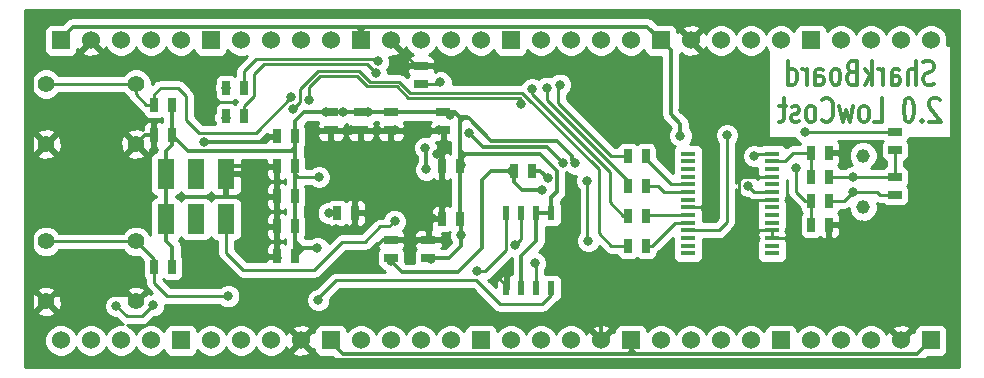
<source format=gbl>
G04 (created by PCBNEW-RS274X (2012-01-19 BZR 3256)-stable) date Mon 24 Sep 2012 12:54:10 AM COT*
G01*
G70*
G90*
%MOIN*%
G04 Gerber Fmt 3.4, Leading zero omitted, Abs format*
%FSLAX34Y34*%
G04 APERTURE LIST*
%ADD10C,0.006000*%
%ADD11C,0.012000*%
%ADD12R,0.025000X0.045000*%
%ADD13R,0.045000X0.025000*%
%ADD14R,0.060000X0.060000*%
%ADD15C,0.060000*%
%ADD16C,0.045400*%
%ADD17C,0.055000*%
%ADD18R,0.020000X0.045000*%
%ADD19R,0.055000X0.100000*%
%ADD20R,0.050000X0.016000*%
%ADD21C,0.031500*%
%ADD22C,0.020000*%
%ADD23C,0.014000*%
%ADD24C,0.009000*%
%ADD25C,0.010000*%
G04 APERTURE END LIST*
G54D10*
G54D11*
X69093Y-22986D02*
X69007Y-23024D01*
X68864Y-23024D01*
X68807Y-22986D01*
X68778Y-22948D01*
X68750Y-22871D01*
X68750Y-22795D01*
X68778Y-22719D01*
X68807Y-22681D01*
X68864Y-22643D01*
X68978Y-22605D01*
X69036Y-22567D01*
X69064Y-22529D01*
X69093Y-22452D01*
X69093Y-22376D01*
X69064Y-22300D01*
X69036Y-22262D01*
X68978Y-22224D01*
X68836Y-22224D01*
X68750Y-22262D01*
X68493Y-23024D02*
X68493Y-22224D01*
X68236Y-23024D02*
X68236Y-22605D01*
X68265Y-22529D01*
X68322Y-22490D01*
X68407Y-22490D01*
X68465Y-22529D01*
X68493Y-22567D01*
X67693Y-23024D02*
X67693Y-22605D01*
X67722Y-22529D01*
X67779Y-22490D01*
X67893Y-22490D01*
X67950Y-22529D01*
X67693Y-22986D02*
X67750Y-23024D01*
X67893Y-23024D01*
X67950Y-22986D01*
X67979Y-22910D01*
X67979Y-22833D01*
X67950Y-22757D01*
X67893Y-22719D01*
X67750Y-22719D01*
X67693Y-22681D01*
X67407Y-23024D02*
X67407Y-22490D01*
X67407Y-22643D02*
X67379Y-22567D01*
X67350Y-22529D01*
X67293Y-22490D01*
X67236Y-22490D01*
X67036Y-23024D02*
X67036Y-22224D01*
X66979Y-22719D02*
X66808Y-23024D01*
X66808Y-22490D02*
X67036Y-22795D01*
X66350Y-22605D02*
X66264Y-22643D01*
X66236Y-22681D01*
X66207Y-22757D01*
X66207Y-22871D01*
X66236Y-22948D01*
X66264Y-22986D01*
X66322Y-23024D01*
X66550Y-23024D01*
X66550Y-22224D01*
X66350Y-22224D01*
X66293Y-22262D01*
X66264Y-22300D01*
X66236Y-22376D01*
X66236Y-22452D01*
X66264Y-22529D01*
X66293Y-22567D01*
X66350Y-22605D01*
X66550Y-22605D01*
X65864Y-23024D02*
X65922Y-22986D01*
X65950Y-22948D01*
X65979Y-22871D01*
X65979Y-22643D01*
X65950Y-22567D01*
X65922Y-22529D01*
X65864Y-22490D01*
X65779Y-22490D01*
X65722Y-22529D01*
X65693Y-22567D01*
X65664Y-22643D01*
X65664Y-22871D01*
X65693Y-22948D01*
X65722Y-22986D01*
X65779Y-23024D01*
X65864Y-23024D01*
X65150Y-23024D02*
X65150Y-22605D01*
X65179Y-22529D01*
X65236Y-22490D01*
X65350Y-22490D01*
X65407Y-22529D01*
X65150Y-22986D02*
X65207Y-23024D01*
X65350Y-23024D01*
X65407Y-22986D01*
X65436Y-22910D01*
X65436Y-22833D01*
X65407Y-22757D01*
X65350Y-22719D01*
X65207Y-22719D01*
X65150Y-22681D01*
X64864Y-23024D02*
X64864Y-22490D01*
X64864Y-22643D02*
X64836Y-22567D01*
X64807Y-22529D01*
X64750Y-22490D01*
X64693Y-22490D01*
X64236Y-23024D02*
X64236Y-22224D01*
X64236Y-22986D02*
X64293Y-23024D01*
X64407Y-23024D01*
X64465Y-22986D01*
X64493Y-22948D01*
X64522Y-22871D01*
X64522Y-22643D01*
X64493Y-22567D01*
X64465Y-22529D01*
X64407Y-22490D01*
X64293Y-22490D01*
X64236Y-22529D01*
X69293Y-23540D02*
X69264Y-23502D01*
X69207Y-23464D01*
X69064Y-23464D01*
X69007Y-23502D01*
X68978Y-23540D01*
X68950Y-23616D01*
X68950Y-23692D01*
X68978Y-23807D01*
X69321Y-24264D01*
X68950Y-24264D01*
X68693Y-24188D02*
X68665Y-24226D01*
X68693Y-24264D01*
X68722Y-24226D01*
X68693Y-24188D01*
X68693Y-24264D01*
X68293Y-23464D02*
X68236Y-23464D01*
X68179Y-23502D01*
X68150Y-23540D01*
X68121Y-23616D01*
X68093Y-23769D01*
X68093Y-23959D01*
X68121Y-24111D01*
X68150Y-24188D01*
X68179Y-24226D01*
X68236Y-24264D01*
X68293Y-24264D01*
X68350Y-24226D01*
X68379Y-24188D01*
X68407Y-24111D01*
X68436Y-23959D01*
X68436Y-23769D01*
X68407Y-23616D01*
X68379Y-23540D01*
X68350Y-23502D01*
X68293Y-23464D01*
X67093Y-24264D02*
X67379Y-24264D01*
X67379Y-23464D01*
X66807Y-24264D02*
X66865Y-24226D01*
X66893Y-24188D01*
X66922Y-24111D01*
X66922Y-23883D01*
X66893Y-23807D01*
X66865Y-23769D01*
X66807Y-23730D01*
X66722Y-23730D01*
X66665Y-23769D01*
X66636Y-23807D01*
X66607Y-23883D01*
X66607Y-24111D01*
X66636Y-24188D01*
X66665Y-24226D01*
X66722Y-24264D01*
X66807Y-24264D01*
X66407Y-23730D02*
X66293Y-24264D01*
X66179Y-23883D01*
X66064Y-24264D01*
X65950Y-23730D01*
X65378Y-24188D02*
X65407Y-24226D01*
X65493Y-24264D01*
X65550Y-24264D01*
X65635Y-24226D01*
X65693Y-24150D01*
X65721Y-24073D01*
X65750Y-23921D01*
X65750Y-23807D01*
X65721Y-23654D01*
X65693Y-23578D01*
X65635Y-23502D01*
X65550Y-23464D01*
X65493Y-23464D01*
X65407Y-23502D01*
X65378Y-23540D01*
X65035Y-24264D02*
X65093Y-24226D01*
X65121Y-24188D01*
X65150Y-24111D01*
X65150Y-23883D01*
X65121Y-23807D01*
X65093Y-23769D01*
X65035Y-23730D01*
X64950Y-23730D01*
X64893Y-23769D01*
X64864Y-23807D01*
X64835Y-23883D01*
X64835Y-24111D01*
X64864Y-24188D01*
X64893Y-24226D01*
X64950Y-24264D01*
X65035Y-24264D01*
X64607Y-24226D02*
X64550Y-24264D01*
X64435Y-24264D01*
X64378Y-24226D01*
X64350Y-24150D01*
X64350Y-24111D01*
X64378Y-24035D01*
X64435Y-23997D01*
X64521Y-23997D01*
X64578Y-23959D01*
X64607Y-23883D01*
X64607Y-23845D01*
X64578Y-23769D01*
X64521Y-23730D01*
X64435Y-23730D01*
X64378Y-23769D01*
X64178Y-23730D02*
X63949Y-23730D01*
X64092Y-23464D02*
X64092Y-24150D01*
X64064Y-24226D01*
X64006Y-24264D01*
X63949Y-24264D01*
G54D12*
X58900Y-28400D03*
X59500Y-28400D03*
X43700Y-23700D03*
X43100Y-23700D03*
X45500Y-23125D03*
X46100Y-23125D03*
X45500Y-24075D03*
X46100Y-24075D03*
X43100Y-29100D03*
X43700Y-29100D03*
G54D13*
X67800Y-25200D03*
X67800Y-24600D03*
G54D12*
X65000Y-26100D03*
X65600Y-26100D03*
X65000Y-26900D03*
X65600Y-26900D03*
X65000Y-27700D03*
X65600Y-27700D03*
X65000Y-25300D03*
X65600Y-25300D03*
G54D13*
X67800Y-26700D03*
X67800Y-26100D03*
G54D12*
X47800Y-28750D03*
X47200Y-28750D03*
X47800Y-27750D03*
X47200Y-27750D03*
X47800Y-26750D03*
X47200Y-26750D03*
X47800Y-25750D03*
X47200Y-25750D03*
X47800Y-24750D03*
X47200Y-24750D03*
G54D13*
X49000Y-23950D03*
X49000Y-24550D03*
X50000Y-23950D03*
X50000Y-24550D03*
X51000Y-23950D03*
X51000Y-24550D03*
X52750Y-23950D03*
X52750Y-24550D03*
G54D12*
X53300Y-25750D03*
X52700Y-25750D03*
X53300Y-27500D03*
X52700Y-27500D03*
G54D13*
X52250Y-28800D03*
X52250Y-28200D03*
X51000Y-28800D03*
X51000Y-28200D03*
G54D12*
X49200Y-27300D03*
X49800Y-27300D03*
G54D13*
X52000Y-23000D03*
X52000Y-22400D03*
G54D12*
X55100Y-25900D03*
X55700Y-25900D03*
G54D14*
X64000Y-31550D03*
G54D15*
X63000Y-31550D03*
X62000Y-31550D03*
X61000Y-31550D03*
X60000Y-31550D03*
G54D14*
X59000Y-31550D03*
G54D15*
X58000Y-31550D03*
X57000Y-31550D03*
X56000Y-31550D03*
X55000Y-31550D03*
G54D14*
X54000Y-31550D03*
G54D15*
X53000Y-31550D03*
X52000Y-31550D03*
X51000Y-31550D03*
X50000Y-31550D03*
G54D14*
X49000Y-31550D03*
G54D15*
X48000Y-31550D03*
X47000Y-31550D03*
X46000Y-31550D03*
X45000Y-31550D03*
G54D14*
X44000Y-31550D03*
G54D15*
X43000Y-31550D03*
X42000Y-31550D03*
X41000Y-31550D03*
X40000Y-31550D03*
G54D14*
X40000Y-21550D03*
G54D15*
X41000Y-21550D03*
X42000Y-21550D03*
X43000Y-21550D03*
X44000Y-21550D03*
G54D14*
X45000Y-21550D03*
G54D15*
X46000Y-21550D03*
X47000Y-21550D03*
X48000Y-21550D03*
X49000Y-21550D03*
G54D14*
X50000Y-21550D03*
G54D15*
X51000Y-21550D03*
X52000Y-21550D03*
X53000Y-21550D03*
X54000Y-21550D03*
G54D14*
X55000Y-21550D03*
G54D15*
X56000Y-21550D03*
X57000Y-21550D03*
X58000Y-21550D03*
X59000Y-21550D03*
G54D14*
X60000Y-21550D03*
G54D15*
X61000Y-21550D03*
X62000Y-21550D03*
X63000Y-21550D03*
X64000Y-21550D03*
G54D14*
X65000Y-21550D03*
G54D15*
X66000Y-21550D03*
X67000Y-21550D03*
X68000Y-21550D03*
X69000Y-21550D03*
G54D14*
X69000Y-31550D03*
G54D15*
X68000Y-31550D03*
X67000Y-31550D03*
X66000Y-31550D03*
X65000Y-31550D03*
G54D16*
X66744Y-25384D03*
X66744Y-27116D03*
G54D17*
X42500Y-28250D03*
X42500Y-30250D03*
X39500Y-28250D03*
X39500Y-30250D03*
X42500Y-23000D03*
X42500Y-25000D03*
X39500Y-23000D03*
X39500Y-25000D03*
G54D18*
X56350Y-27300D03*
X55850Y-27300D03*
X55350Y-27300D03*
X54850Y-27300D03*
X54850Y-29800D03*
X55350Y-29800D03*
X55850Y-29800D03*
X56350Y-29800D03*
G54D12*
X58900Y-27400D03*
X59500Y-27400D03*
X58900Y-25400D03*
X59500Y-25400D03*
X58900Y-26400D03*
X59500Y-26400D03*
X43700Y-24700D03*
X43100Y-24700D03*
G54D19*
X43500Y-26000D03*
X44500Y-26000D03*
X45500Y-26000D03*
X45500Y-27500D03*
X44500Y-27500D03*
X43500Y-27500D03*
G54D20*
X60900Y-28650D03*
X60900Y-28400D03*
X60900Y-28140D03*
X60900Y-27880D03*
X60900Y-27630D03*
X60900Y-27370D03*
X60900Y-27110D03*
X60900Y-26860D03*
X60900Y-26600D03*
X60900Y-26350D03*
X60900Y-26090D03*
X60900Y-25830D03*
X60900Y-25580D03*
X60900Y-25320D03*
X63700Y-25320D03*
X63700Y-25580D03*
X63700Y-25820D03*
X63700Y-26090D03*
X63700Y-26350D03*
X63700Y-26600D03*
X63700Y-26860D03*
X63700Y-27110D03*
X63700Y-27370D03*
X63700Y-27630D03*
X63700Y-27880D03*
X63700Y-28140D03*
X63700Y-28400D03*
X63700Y-28650D03*
G54D21*
X56050Y-26550D03*
X52175Y-25850D03*
X48925Y-27300D03*
X52650Y-22950D03*
X52150Y-25125D03*
X55050Y-25900D03*
X51000Y-28900D03*
X52975Y-24025D03*
X48850Y-23950D03*
X62200Y-24700D03*
X50250Y-23950D03*
X49400Y-23950D03*
X52350Y-28850D03*
X53350Y-25700D03*
X53350Y-28050D03*
X60650Y-24725D03*
X57150Y-25650D03*
X48550Y-28470D03*
X64800Y-24600D03*
X48600Y-26100D03*
X62900Y-26400D03*
X55150Y-28375D03*
X48575Y-30200D03*
X53875Y-29250D03*
X55800Y-28975D03*
X57575Y-28225D03*
X57550Y-26225D03*
X55700Y-23175D03*
X56200Y-23125D03*
X55350Y-23675D03*
X48275Y-23525D03*
X56625Y-23025D03*
X47750Y-23825D03*
X50575Y-22250D03*
X50500Y-22650D03*
X51125Y-27575D03*
X43075Y-30375D03*
X41850Y-30400D03*
X47675Y-23450D03*
X45575Y-30075D03*
X66400Y-26100D03*
X66400Y-26600D03*
X64500Y-25800D03*
X63100Y-25400D03*
X45500Y-26000D03*
X68600Y-27000D03*
X69325Y-27000D03*
X53600Y-24625D03*
X60725Y-23875D03*
X44775Y-24925D03*
X49125Y-25525D03*
X51775Y-28250D03*
X52375Y-27475D03*
X52475Y-26500D03*
X52550Y-25325D03*
X52775Y-28200D03*
X47200Y-28800D03*
X49675Y-24550D03*
X56725Y-25625D03*
X52600Y-24525D03*
X61700Y-26800D03*
X62700Y-26900D03*
X58575Y-24175D03*
X57575Y-29425D03*
X54575Y-29450D03*
X56225Y-26150D03*
X59950Y-25075D03*
X51125Y-24525D03*
X66100Y-25400D03*
X66700Y-27700D03*
X64600Y-28900D03*
X49125Y-26700D03*
X49175Y-27825D03*
X50550Y-24550D03*
X45500Y-23125D03*
X45488Y-24125D03*
G54D22*
X39000Y-20750D02*
X69750Y-20750D01*
X39000Y-29500D02*
X39000Y-20750D01*
X39000Y-32250D02*
X39000Y-29500D01*
X65500Y-32250D02*
X39000Y-32250D01*
X69750Y-32250D02*
X65500Y-32250D01*
X69750Y-20750D02*
X69750Y-32250D01*
G54D23*
X56050Y-26550D02*
X55375Y-26550D01*
G54D24*
X48925Y-27300D02*
X48950Y-27300D01*
G54D23*
X51000Y-28800D02*
X51000Y-28900D01*
G54D24*
X52650Y-22950D02*
X52600Y-23000D01*
X52600Y-23000D02*
X52000Y-23000D01*
G54D23*
X52175Y-25850D02*
X52175Y-25150D01*
X52175Y-25150D02*
X52150Y-25125D01*
X55375Y-26550D02*
X55100Y-26275D01*
X51000Y-28900D02*
X51375Y-29275D01*
X54350Y-25900D02*
X55050Y-25900D01*
X54050Y-26200D02*
X54350Y-25900D01*
X54050Y-28475D02*
X54050Y-26200D01*
X53250Y-29275D02*
X54050Y-28475D01*
X51375Y-29275D02*
X53250Y-29275D01*
G54D24*
X55050Y-25900D02*
X55100Y-25900D01*
G54D23*
X55050Y-25900D02*
X55100Y-25900D01*
X48950Y-27300D02*
X49200Y-27300D01*
X55100Y-26275D02*
X55100Y-25900D01*
X53500Y-25350D02*
X53450Y-25350D01*
X55350Y-28725D02*
X55850Y-28225D01*
X47700Y-25225D02*
X47800Y-25225D01*
X46875Y-25225D02*
X47700Y-25225D01*
X47700Y-25200D02*
X47800Y-25100D01*
X47700Y-25225D02*
X47700Y-25200D01*
X47800Y-25300D02*
X47800Y-25325D01*
X47700Y-25200D02*
X47800Y-25300D01*
X44225Y-25225D02*
X43700Y-24700D01*
X53300Y-25550D02*
X53300Y-25750D01*
X53500Y-25350D02*
X53300Y-25550D01*
X55975Y-25350D02*
X53500Y-25350D01*
X56525Y-25900D02*
X55975Y-25350D01*
X56525Y-26600D02*
X56525Y-25900D01*
X56350Y-26775D02*
X56525Y-26600D01*
X55850Y-27300D02*
X56350Y-27300D01*
X53300Y-25750D02*
X53300Y-25200D01*
X53300Y-25200D02*
X53300Y-24275D01*
X53300Y-24275D02*
X53300Y-24088D01*
G54D24*
X52975Y-24025D02*
X52900Y-23950D01*
X52900Y-23950D02*
X52750Y-23950D01*
G54D23*
X52750Y-23950D02*
X51000Y-23950D01*
X53300Y-27500D02*
X53300Y-25750D01*
X53350Y-28050D02*
X53350Y-27550D01*
X53350Y-27550D02*
X53300Y-27500D01*
X50000Y-23950D02*
X49400Y-23950D01*
X49400Y-23950D02*
X49000Y-23950D01*
X49000Y-23950D02*
X48850Y-23950D01*
X47800Y-24250D02*
X48100Y-23950D01*
X48100Y-23950D02*
X49000Y-23950D01*
X47800Y-24750D02*
X47800Y-24250D01*
X46875Y-25225D02*
X44225Y-25225D01*
X47800Y-24750D02*
X47800Y-25100D01*
X56350Y-27300D02*
X56350Y-26775D01*
X53450Y-25350D02*
X53300Y-25200D01*
G54D25*
X62200Y-27600D02*
X62200Y-26900D01*
G54D23*
X55350Y-29800D02*
X55350Y-28725D01*
X55850Y-28225D02*
X55850Y-27300D01*
G54D25*
X62200Y-26900D02*
X62200Y-24700D01*
G54D24*
X50250Y-23950D02*
X50000Y-23950D01*
X48850Y-23950D02*
X49000Y-23950D01*
G54D23*
X53600Y-24150D02*
X53425Y-24150D01*
X60650Y-24325D02*
X60325Y-24000D01*
X60325Y-24000D02*
X60325Y-21875D01*
X60325Y-21875D02*
X60000Y-21550D01*
X60650Y-24725D02*
X60650Y-24325D01*
X52250Y-28800D02*
X52950Y-28800D01*
X53350Y-28400D02*
X53350Y-28050D01*
X52950Y-28800D02*
X53350Y-28400D01*
G54D24*
X53350Y-25700D02*
X53300Y-25750D01*
G54D23*
X51000Y-23950D02*
X50000Y-23950D01*
G54D24*
X52300Y-28800D02*
X52250Y-28800D01*
X52350Y-28850D02*
X52300Y-28800D01*
G54D23*
X47800Y-26750D02*
X47800Y-27750D01*
X47800Y-28250D02*
X47800Y-28500D01*
X47800Y-27750D02*
X47800Y-28250D01*
X47800Y-28470D02*
X47830Y-28500D01*
X47850Y-28500D02*
X47800Y-28500D01*
X47800Y-25100D02*
X47800Y-25225D01*
X47800Y-25225D02*
X47800Y-25325D01*
X47800Y-25325D02*
X47800Y-25750D01*
X47800Y-25750D02*
X47800Y-26750D01*
X47830Y-28500D02*
X47850Y-28500D01*
X48000Y-28470D02*
X47800Y-28470D01*
G54D25*
X61920Y-27880D02*
X62200Y-27600D01*
G54D23*
X47800Y-28500D02*
X47800Y-28750D01*
X48000Y-28470D02*
X48000Y-28450D01*
X50000Y-21225D02*
X49875Y-21100D01*
X40000Y-21550D02*
X40000Y-21500D01*
X59550Y-21100D02*
X60000Y-21550D01*
X50125Y-21100D02*
X59550Y-21100D01*
X53425Y-24088D02*
X53425Y-24150D01*
X53425Y-24150D02*
X53300Y-24275D01*
X53538Y-24088D02*
X53425Y-24088D01*
X53425Y-24088D02*
X53300Y-24088D01*
X54345Y-24895D02*
X53600Y-24150D01*
X53600Y-24150D02*
X53538Y-24088D01*
X56520Y-24895D02*
X54345Y-24895D01*
X57025Y-25400D02*
X56520Y-24895D01*
X57025Y-25525D02*
X57025Y-25400D01*
X57150Y-25650D02*
X57025Y-25525D01*
X59000Y-31550D02*
X59000Y-31900D01*
X59000Y-31900D02*
X58900Y-32000D01*
X49000Y-31550D02*
X49000Y-31600D01*
X49000Y-31600D02*
X49400Y-32000D01*
X49400Y-32000D02*
X58900Y-32000D01*
X68550Y-32000D02*
X69000Y-31550D01*
X43700Y-24700D02*
X43700Y-23700D01*
X43700Y-24700D02*
X43700Y-25050D01*
X52750Y-23950D02*
X53125Y-23950D01*
X48550Y-28470D02*
X48000Y-28470D01*
X48000Y-28450D02*
X47800Y-28250D01*
G54D24*
X47800Y-26000D02*
X47800Y-25750D01*
G54D23*
X50000Y-21550D02*
X50000Y-21225D01*
X50000Y-21225D02*
X50125Y-21100D01*
G54D24*
X48100Y-28450D02*
X47800Y-28750D01*
X48530Y-28450D02*
X48100Y-28450D01*
G54D23*
X49875Y-21100D02*
X50125Y-21100D01*
G54D24*
X48550Y-28470D02*
X48530Y-28450D01*
G54D25*
X67800Y-24600D02*
X64800Y-24600D01*
G54D23*
X53300Y-24088D02*
X53263Y-24088D01*
X53263Y-24088D02*
X53125Y-23950D01*
X40400Y-21100D02*
X49875Y-21100D01*
X40000Y-21500D02*
X40400Y-21100D01*
X59000Y-31550D02*
X59000Y-31850D01*
X59000Y-31850D02*
X59150Y-32000D01*
X59150Y-32000D02*
X68550Y-32000D01*
X58900Y-32000D02*
X59150Y-32000D01*
G54D25*
X60900Y-27880D02*
X61920Y-27880D01*
G54D23*
X43500Y-25250D02*
X43500Y-26000D01*
X43700Y-25050D02*
X43500Y-25250D01*
X43700Y-29100D02*
X43700Y-28425D01*
X43500Y-28225D02*
X43500Y-27500D01*
G54D24*
X47900Y-26100D02*
X47800Y-26000D01*
X48600Y-26100D02*
X47900Y-26100D01*
G54D23*
X43700Y-28425D02*
X43500Y-28225D01*
X43500Y-27500D02*
X43500Y-26000D01*
G54D25*
X63700Y-26600D02*
X63100Y-26600D01*
X63100Y-26600D02*
X62900Y-26400D01*
X60900Y-27370D02*
X59530Y-27370D01*
X59530Y-27370D02*
X59500Y-27400D01*
X60100Y-26600D02*
X59900Y-26400D01*
X59900Y-26400D02*
X59500Y-26400D01*
X60900Y-26600D02*
X60100Y-26600D01*
X60900Y-26350D02*
X60350Y-26350D01*
X59500Y-25500D02*
X59500Y-25400D01*
X60350Y-26350D02*
X59500Y-25500D01*
X59500Y-28400D02*
X59700Y-28400D01*
X60470Y-27630D02*
X60900Y-27630D01*
X59700Y-28400D02*
X60470Y-27630D01*
G54D24*
X55350Y-27300D02*
X55350Y-28175D01*
X55350Y-28175D02*
X55150Y-28375D01*
X56350Y-30025D02*
X56050Y-30325D01*
X56050Y-30325D02*
X54625Y-30325D01*
X54625Y-30325D02*
X53850Y-29550D01*
X53850Y-29550D02*
X49175Y-29550D01*
X49175Y-29550D02*
X48575Y-30150D01*
X48575Y-30150D02*
X48575Y-30200D01*
X56350Y-29800D02*
X56350Y-30025D01*
X54850Y-28550D02*
X54150Y-29250D01*
X54150Y-29250D02*
X53875Y-29250D01*
X54850Y-27300D02*
X54850Y-28550D01*
X55850Y-29025D02*
X55850Y-29800D01*
X55800Y-28975D02*
X55850Y-29025D01*
X57550Y-28200D02*
X57550Y-26225D01*
X57575Y-28225D02*
X57550Y-28200D01*
X58750Y-27400D02*
X58300Y-26950D01*
X58900Y-27400D02*
X58750Y-27400D01*
X55700Y-23350D02*
X55700Y-23175D01*
X58300Y-25950D02*
X55700Y-23350D01*
X58300Y-26950D02*
X58300Y-25950D01*
X58900Y-26400D02*
X58900Y-26250D01*
X56200Y-23550D02*
X56200Y-23125D01*
X58900Y-26250D02*
X56200Y-23550D01*
X55350Y-23500D02*
X55350Y-23675D01*
X55305Y-23455D02*
X55350Y-23500D01*
X51580Y-23455D02*
X55305Y-23455D01*
X51205Y-23080D02*
X51580Y-23455D01*
X50205Y-23080D02*
X51205Y-23080D01*
X49875Y-22750D02*
X50205Y-23080D01*
X48620Y-22750D02*
X49875Y-22750D01*
X48275Y-23095D02*
X48620Y-22750D01*
X48275Y-23525D02*
X48275Y-23095D01*
X58350Y-25400D02*
X58900Y-25400D01*
X56575Y-23625D02*
X58350Y-25400D01*
X56575Y-23075D02*
X56575Y-23625D01*
X56625Y-23025D02*
X56575Y-23075D01*
X55375Y-23300D02*
X53000Y-23300D01*
X57925Y-25850D02*
X55375Y-23300D01*
X57925Y-27975D02*
X57925Y-25850D01*
X58350Y-28400D02*
X57925Y-27975D01*
X51650Y-23300D02*
X53000Y-23300D01*
X51275Y-22925D02*
X51650Y-23300D01*
X50300Y-22925D02*
X51275Y-22925D01*
X49950Y-22575D02*
X50300Y-22925D01*
X48575Y-22575D02*
X49950Y-22575D01*
X47975Y-23175D02*
X48575Y-22575D01*
X47975Y-23600D02*
X47975Y-23175D01*
X47750Y-23825D02*
X47975Y-23600D01*
X58900Y-28400D02*
X58350Y-28400D01*
X46100Y-22575D02*
X46100Y-23125D01*
X46500Y-22175D02*
X46100Y-22575D01*
X50500Y-22175D02*
X46500Y-22175D01*
X50575Y-22250D02*
X50500Y-22175D01*
X46100Y-24075D02*
X46100Y-23750D01*
X50200Y-22350D02*
X50500Y-22650D01*
X46775Y-22350D02*
X50200Y-22350D01*
X46450Y-22675D02*
X46775Y-22350D01*
X46450Y-23400D02*
X46450Y-22675D01*
X46100Y-23750D02*
X46450Y-23400D01*
X49375Y-28275D02*
X48450Y-29200D01*
X48450Y-29200D02*
X46075Y-29200D01*
X46075Y-29200D02*
X45500Y-28625D01*
X45500Y-28625D02*
X45500Y-27500D01*
X50650Y-27750D02*
X50125Y-28275D01*
X50125Y-28275D02*
X49375Y-28275D01*
X51125Y-27575D02*
X50950Y-27750D01*
X50950Y-27750D02*
X50650Y-27750D01*
X42200Y-30750D02*
X41850Y-30400D01*
X42700Y-30750D02*
X42200Y-30750D01*
X43075Y-30375D02*
X42700Y-30750D01*
X47675Y-23450D02*
X46500Y-24625D01*
X46500Y-24625D02*
X44600Y-24625D01*
X44600Y-24625D02*
X44175Y-24200D01*
X44175Y-24200D02*
X44175Y-23400D01*
X44175Y-23400D02*
X43900Y-23125D01*
X42850Y-23700D02*
X42500Y-23350D01*
X42500Y-23350D02*
X42500Y-23000D01*
X43100Y-23700D02*
X42850Y-23700D01*
X43900Y-23125D02*
X43325Y-23125D01*
X43325Y-23125D02*
X43100Y-23350D01*
X43100Y-23350D02*
X43100Y-23700D01*
X42500Y-23000D02*
X39500Y-23000D01*
X43100Y-28850D02*
X42500Y-28250D01*
X43100Y-29625D02*
X43100Y-29100D01*
X42500Y-28250D02*
X39500Y-28250D01*
X43550Y-30075D02*
X43100Y-29625D01*
X45575Y-30075D02*
X43550Y-30075D01*
X43100Y-29100D02*
X43100Y-28850D01*
G54D25*
X66400Y-26100D02*
X65600Y-26100D01*
X66400Y-26100D02*
X67800Y-26100D01*
X67800Y-26100D02*
X67800Y-25200D01*
X66400Y-26600D02*
X67200Y-26600D01*
X67200Y-26600D02*
X67300Y-26700D01*
X67300Y-26700D02*
X67800Y-26700D01*
X66100Y-26900D02*
X65600Y-26900D01*
X66400Y-26600D02*
X66100Y-26900D01*
X65000Y-26900D02*
X65000Y-27700D01*
X64800Y-26900D02*
X64500Y-26600D01*
X64500Y-26600D02*
X64500Y-25800D01*
X65000Y-26900D02*
X64800Y-26900D01*
X63180Y-25320D02*
X63700Y-25320D01*
X63100Y-25400D02*
X63180Y-25320D01*
X64100Y-25580D02*
X64120Y-25580D01*
X64400Y-25300D02*
X65000Y-25300D01*
X64120Y-25580D02*
X64400Y-25300D01*
X65000Y-25600D02*
X65000Y-25300D01*
X65000Y-26100D02*
X65000Y-25600D01*
X63700Y-25580D02*
X64100Y-25580D01*
G54D23*
X68600Y-27000D02*
X69325Y-27000D01*
X45750Y-25750D02*
X45500Y-26000D01*
X47200Y-25750D02*
X45750Y-25750D01*
X47200Y-26750D02*
X47200Y-25750D01*
X47200Y-27750D02*
X47200Y-26750D01*
X47200Y-28750D02*
X47200Y-27750D01*
X47200Y-24750D02*
X47025Y-24750D01*
X47025Y-24750D02*
X46850Y-24925D01*
X46850Y-24925D02*
X44775Y-24925D01*
G54D25*
X62600Y-27020D02*
X62600Y-27700D01*
X62700Y-26920D02*
X62600Y-27020D01*
X62760Y-26860D02*
X62700Y-26920D01*
X62600Y-27700D02*
X62700Y-27800D01*
X62780Y-27880D02*
X63700Y-27880D01*
X62700Y-27800D02*
X62780Y-27880D01*
X61390Y-27110D02*
X61700Y-26800D01*
X62700Y-26900D02*
X62710Y-26910D01*
X65600Y-28100D02*
X65400Y-28300D01*
X65400Y-28300D02*
X64800Y-28300D01*
X63700Y-26860D02*
X62760Y-26860D01*
X62760Y-26860D02*
X62600Y-26700D01*
G54D23*
X42500Y-30250D02*
X42500Y-30225D01*
X39700Y-30050D02*
X39500Y-30250D01*
X42325Y-30050D02*
X39700Y-30050D01*
X42500Y-30225D02*
X42325Y-30050D01*
X43100Y-24700D02*
X42800Y-24700D01*
X42800Y-24700D02*
X42500Y-25000D01*
G54D24*
X52375Y-27475D02*
X52400Y-27500D01*
X51775Y-28250D02*
X51825Y-28200D01*
X52400Y-27500D02*
X52700Y-27500D01*
X52475Y-26500D02*
X52700Y-26275D01*
X52700Y-26275D02*
X52700Y-25750D01*
X52550Y-25325D02*
X52700Y-25475D01*
X52700Y-25475D02*
X52700Y-25750D01*
X52775Y-28200D02*
X52250Y-28200D01*
G54D23*
X51000Y-28200D02*
X50750Y-28200D01*
X50750Y-28200D02*
X50250Y-28700D01*
G54D24*
X51825Y-28200D02*
X52250Y-28200D01*
X47200Y-28800D02*
X47200Y-28750D01*
X49800Y-27300D02*
X49800Y-27600D01*
X49800Y-27600D02*
X49575Y-27825D01*
X49675Y-24550D02*
X50000Y-24550D01*
G54D23*
X54075Y-25100D02*
X53600Y-24625D01*
X56200Y-25100D02*
X54075Y-25100D01*
X56725Y-25625D02*
X56200Y-25100D01*
G54D24*
X52625Y-24550D02*
X52750Y-24550D01*
X52600Y-24525D02*
X52625Y-24550D01*
G54D25*
X60900Y-27110D02*
X61390Y-27110D01*
X62700Y-26900D02*
X62700Y-26920D01*
X62710Y-26910D02*
X62700Y-26900D01*
X64800Y-28300D02*
X64600Y-28500D01*
G54D24*
X52000Y-22400D02*
X51850Y-22400D01*
X51850Y-22400D02*
X51000Y-21550D01*
X52025Y-22425D02*
X52000Y-22400D01*
X56825Y-22425D02*
X52025Y-22425D01*
X58575Y-24175D02*
X56825Y-22425D01*
X54850Y-29800D02*
X54850Y-29725D01*
G54D23*
X58000Y-29850D02*
X57575Y-29425D01*
X58000Y-29850D02*
X58000Y-31550D01*
G54D24*
X54850Y-29725D02*
X54575Y-29450D01*
G54D23*
X52750Y-24550D02*
X51000Y-24550D01*
X55975Y-25900D02*
X56225Y-26150D01*
X55700Y-25900D02*
X55975Y-25900D01*
G54D24*
X49800Y-26925D02*
X49800Y-27300D01*
G54D25*
X65600Y-27700D02*
X65600Y-28100D01*
X66700Y-27700D02*
X65600Y-27700D01*
X66100Y-25400D02*
X66000Y-25300D01*
X66000Y-25300D02*
X65600Y-25300D01*
X62600Y-26700D02*
X62760Y-26860D01*
X63700Y-26090D02*
X62710Y-26090D01*
X62600Y-26200D02*
X62600Y-26700D01*
X62710Y-26090D02*
X62600Y-26200D01*
X63700Y-28140D02*
X63700Y-27880D01*
X64240Y-28140D02*
X64600Y-28500D01*
X64600Y-28500D02*
X64600Y-28900D01*
X63700Y-28140D02*
X64240Y-28140D01*
G54D24*
X49575Y-26700D02*
X49800Y-26925D01*
X49125Y-26700D02*
X49575Y-26700D01*
X49175Y-27825D02*
X49575Y-27825D01*
X51125Y-24525D02*
X51100Y-24550D01*
X51100Y-24550D02*
X51000Y-24550D01*
X50550Y-24550D02*
X50000Y-24550D01*
X45500Y-24075D02*
X45500Y-24113D01*
X45500Y-24113D02*
X45488Y-24125D01*
G54D10*
G36*
X47250Y-24800D02*
X47150Y-24800D01*
X47100Y-24800D01*
X46887Y-24800D01*
X46825Y-24862D01*
X46825Y-24905D01*
X46578Y-24905D01*
X46613Y-24898D01*
X46709Y-24834D01*
X46864Y-24677D01*
X46887Y-24700D01*
X47100Y-24700D01*
X47150Y-24700D01*
X47250Y-24700D01*
X47250Y-24800D01*
X47250Y-24800D01*
G37*
G54D25*
X47250Y-24800D02*
X47150Y-24800D01*
X47100Y-24800D01*
X46887Y-24800D01*
X46825Y-24862D01*
X46825Y-24905D01*
X46578Y-24905D01*
X46613Y-24898D01*
X46709Y-24834D01*
X46864Y-24677D01*
X46887Y-24700D01*
X47100Y-24700D01*
X47150Y-24700D01*
X47250Y-24700D01*
X47250Y-24800D01*
G54D10*
G36*
X47480Y-28328D02*
X47466Y-28314D01*
X47374Y-28276D01*
X47312Y-28275D01*
X47250Y-28337D01*
X47250Y-28650D01*
X47250Y-28700D01*
X47250Y-28800D01*
X47150Y-28800D01*
X47150Y-28700D01*
X47150Y-28337D01*
X47150Y-28163D01*
X47150Y-27800D01*
X47150Y-27700D01*
X47150Y-27337D01*
X47150Y-27163D01*
X47150Y-26800D01*
X47150Y-26700D01*
X47150Y-26337D01*
X47150Y-26163D01*
X47150Y-25800D01*
X46887Y-25800D01*
X46825Y-25862D01*
X46826Y-25926D01*
X46826Y-26025D01*
X46864Y-26116D01*
X46934Y-26186D01*
X47026Y-26224D01*
X47088Y-26225D01*
X47150Y-26163D01*
X47150Y-26337D01*
X47088Y-26275D01*
X47026Y-26276D01*
X46934Y-26314D01*
X46864Y-26384D01*
X46826Y-26475D01*
X46826Y-26574D01*
X46825Y-26638D01*
X46887Y-26700D01*
X47150Y-26700D01*
X47150Y-26800D01*
X46887Y-26800D01*
X46825Y-26862D01*
X46826Y-26926D01*
X46826Y-27025D01*
X46864Y-27116D01*
X46934Y-27186D01*
X47026Y-27224D01*
X47088Y-27225D01*
X47150Y-27163D01*
X47150Y-27337D01*
X47088Y-27275D01*
X47026Y-27276D01*
X46934Y-27314D01*
X46864Y-27384D01*
X46826Y-27475D01*
X46826Y-27574D01*
X46825Y-27638D01*
X46887Y-27700D01*
X47150Y-27700D01*
X47150Y-27800D01*
X46887Y-27800D01*
X46825Y-27862D01*
X46826Y-27926D01*
X46826Y-28025D01*
X46864Y-28116D01*
X46934Y-28186D01*
X47026Y-28224D01*
X47088Y-28225D01*
X47150Y-28163D01*
X47150Y-28337D01*
X47088Y-28275D01*
X47026Y-28276D01*
X46934Y-28314D01*
X46864Y-28384D01*
X46826Y-28475D01*
X46826Y-28574D01*
X46825Y-28638D01*
X46887Y-28700D01*
X47150Y-28700D01*
X47150Y-28800D01*
X47100Y-28800D01*
X46887Y-28800D01*
X46825Y-28862D01*
X46825Y-28905D01*
X46197Y-28905D01*
X46025Y-28732D01*
X46025Y-26112D01*
X45963Y-26050D01*
X45550Y-26050D01*
X45550Y-26688D01*
X45612Y-26750D01*
X45726Y-26749D01*
X45825Y-26749D01*
X45916Y-26711D01*
X45986Y-26641D01*
X46024Y-26549D01*
X46025Y-26112D01*
X46025Y-28732D01*
X45795Y-28502D01*
X45795Y-28249D01*
X45824Y-28249D01*
X45916Y-28211D01*
X45986Y-28141D01*
X46024Y-28050D01*
X46024Y-27951D01*
X46024Y-26951D01*
X45986Y-26859D01*
X45916Y-26789D01*
X45825Y-26751D01*
X45726Y-26751D01*
X45176Y-26751D01*
X45084Y-26789D01*
X45014Y-26859D01*
X44999Y-26892D01*
X44986Y-26859D01*
X44916Y-26789D01*
X44825Y-26751D01*
X44726Y-26751D01*
X44176Y-26751D01*
X44084Y-26789D01*
X44014Y-26859D01*
X43999Y-26892D01*
X43986Y-26859D01*
X43916Y-26789D01*
X43825Y-26751D01*
X43820Y-26751D01*
X43820Y-26749D01*
X43824Y-26749D01*
X43916Y-26711D01*
X43986Y-26641D01*
X44000Y-26607D01*
X44014Y-26641D01*
X44084Y-26711D01*
X44175Y-26749D01*
X44274Y-26749D01*
X44824Y-26749D01*
X44916Y-26711D01*
X44986Y-26641D01*
X45000Y-26607D01*
X45014Y-26641D01*
X45084Y-26711D01*
X45175Y-26749D01*
X45274Y-26749D01*
X45388Y-26750D01*
X45450Y-26688D01*
X45450Y-26100D01*
X45450Y-26050D01*
X45450Y-25950D01*
X45550Y-25950D01*
X45600Y-25950D01*
X45963Y-25950D01*
X46025Y-25888D01*
X46024Y-25545D01*
X46826Y-25545D01*
X46826Y-25574D01*
X46825Y-25638D01*
X46887Y-25700D01*
X47100Y-25700D01*
X47150Y-25700D01*
X47250Y-25700D01*
X47250Y-25800D01*
X47250Y-25850D01*
X47250Y-26163D01*
X47312Y-26225D01*
X47374Y-26224D01*
X47466Y-26186D01*
X47480Y-26172D01*
X47480Y-26328D01*
X47466Y-26314D01*
X47374Y-26276D01*
X47312Y-26275D01*
X47250Y-26337D01*
X47250Y-26650D01*
X47250Y-26700D01*
X47250Y-26800D01*
X47250Y-26850D01*
X47250Y-27163D01*
X47312Y-27225D01*
X47374Y-27224D01*
X47466Y-27186D01*
X47480Y-27172D01*
X47480Y-27328D01*
X47466Y-27314D01*
X47374Y-27276D01*
X47312Y-27275D01*
X47250Y-27337D01*
X47250Y-27650D01*
X47250Y-27700D01*
X47250Y-27800D01*
X47250Y-27850D01*
X47250Y-28163D01*
X47312Y-28225D01*
X47374Y-28224D01*
X47466Y-28186D01*
X47480Y-28172D01*
X47480Y-28250D01*
X47480Y-28328D01*
X47480Y-28328D01*
G37*
G54D25*
X47480Y-28328D02*
X47466Y-28314D01*
X47374Y-28276D01*
X47312Y-28275D01*
X47250Y-28337D01*
X47250Y-28650D01*
X47250Y-28700D01*
X47250Y-28800D01*
X47150Y-28800D01*
X47150Y-28700D01*
X47150Y-28337D01*
X47150Y-28163D01*
X47150Y-27800D01*
X47150Y-27700D01*
X47150Y-27337D01*
X47150Y-27163D01*
X47150Y-26800D01*
X47150Y-26700D01*
X47150Y-26337D01*
X47150Y-26163D01*
X47150Y-25800D01*
X46887Y-25800D01*
X46825Y-25862D01*
X46826Y-25926D01*
X46826Y-26025D01*
X46864Y-26116D01*
X46934Y-26186D01*
X47026Y-26224D01*
X47088Y-26225D01*
X47150Y-26163D01*
X47150Y-26337D01*
X47088Y-26275D01*
X47026Y-26276D01*
X46934Y-26314D01*
X46864Y-26384D01*
X46826Y-26475D01*
X46826Y-26574D01*
X46825Y-26638D01*
X46887Y-26700D01*
X47150Y-26700D01*
X47150Y-26800D01*
X46887Y-26800D01*
X46825Y-26862D01*
X46826Y-26926D01*
X46826Y-27025D01*
X46864Y-27116D01*
X46934Y-27186D01*
X47026Y-27224D01*
X47088Y-27225D01*
X47150Y-27163D01*
X47150Y-27337D01*
X47088Y-27275D01*
X47026Y-27276D01*
X46934Y-27314D01*
X46864Y-27384D01*
X46826Y-27475D01*
X46826Y-27574D01*
X46825Y-27638D01*
X46887Y-27700D01*
X47150Y-27700D01*
X47150Y-27800D01*
X46887Y-27800D01*
X46825Y-27862D01*
X46826Y-27926D01*
X46826Y-28025D01*
X46864Y-28116D01*
X46934Y-28186D01*
X47026Y-28224D01*
X47088Y-28225D01*
X47150Y-28163D01*
X47150Y-28337D01*
X47088Y-28275D01*
X47026Y-28276D01*
X46934Y-28314D01*
X46864Y-28384D01*
X46826Y-28475D01*
X46826Y-28574D01*
X46825Y-28638D01*
X46887Y-28700D01*
X47150Y-28700D01*
X47150Y-28800D01*
X47100Y-28800D01*
X46887Y-28800D01*
X46825Y-28862D01*
X46825Y-28905D01*
X46197Y-28905D01*
X46025Y-28732D01*
X46025Y-26112D01*
X45963Y-26050D01*
X45550Y-26050D01*
X45550Y-26688D01*
X45612Y-26750D01*
X45726Y-26749D01*
X45825Y-26749D01*
X45916Y-26711D01*
X45986Y-26641D01*
X46024Y-26549D01*
X46025Y-26112D01*
X46025Y-28732D01*
X45795Y-28502D01*
X45795Y-28249D01*
X45824Y-28249D01*
X45916Y-28211D01*
X45986Y-28141D01*
X46024Y-28050D01*
X46024Y-27951D01*
X46024Y-26951D01*
X45986Y-26859D01*
X45916Y-26789D01*
X45825Y-26751D01*
X45726Y-26751D01*
X45176Y-26751D01*
X45084Y-26789D01*
X45014Y-26859D01*
X44999Y-26892D01*
X44986Y-26859D01*
X44916Y-26789D01*
X44825Y-26751D01*
X44726Y-26751D01*
X44176Y-26751D01*
X44084Y-26789D01*
X44014Y-26859D01*
X43999Y-26892D01*
X43986Y-26859D01*
X43916Y-26789D01*
X43825Y-26751D01*
X43820Y-26751D01*
X43820Y-26749D01*
X43824Y-26749D01*
X43916Y-26711D01*
X43986Y-26641D01*
X44000Y-26607D01*
X44014Y-26641D01*
X44084Y-26711D01*
X44175Y-26749D01*
X44274Y-26749D01*
X44824Y-26749D01*
X44916Y-26711D01*
X44986Y-26641D01*
X45000Y-26607D01*
X45014Y-26641D01*
X45084Y-26711D01*
X45175Y-26749D01*
X45274Y-26749D01*
X45388Y-26750D01*
X45450Y-26688D01*
X45450Y-26100D01*
X45450Y-26050D01*
X45450Y-25950D01*
X45550Y-25950D01*
X45600Y-25950D01*
X45963Y-25950D01*
X46025Y-25888D01*
X46024Y-25545D01*
X46826Y-25545D01*
X46826Y-25574D01*
X46825Y-25638D01*
X46887Y-25700D01*
X47100Y-25700D01*
X47150Y-25700D01*
X47250Y-25700D01*
X47250Y-25800D01*
X47250Y-25850D01*
X47250Y-26163D01*
X47312Y-26225D01*
X47374Y-26224D01*
X47466Y-26186D01*
X47480Y-26172D01*
X47480Y-26328D01*
X47466Y-26314D01*
X47374Y-26276D01*
X47312Y-26275D01*
X47250Y-26337D01*
X47250Y-26650D01*
X47250Y-26700D01*
X47250Y-26800D01*
X47250Y-26850D01*
X47250Y-27163D01*
X47312Y-27225D01*
X47374Y-27224D01*
X47466Y-27186D01*
X47480Y-27172D01*
X47480Y-27328D01*
X47466Y-27314D01*
X47374Y-27276D01*
X47312Y-27275D01*
X47250Y-27337D01*
X47250Y-27650D01*
X47250Y-27700D01*
X47250Y-27800D01*
X47250Y-27850D01*
X47250Y-28163D01*
X47312Y-28225D01*
X47374Y-28224D01*
X47466Y-28186D01*
X47480Y-28172D01*
X47480Y-28250D01*
X47480Y-28328D01*
G54D10*
G36*
X53012Y-28285D02*
X52817Y-28480D01*
X52672Y-28480D01*
X52686Y-28466D01*
X52724Y-28374D01*
X52725Y-28312D01*
X52663Y-28250D01*
X52350Y-28250D01*
X52300Y-28250D01*
X52200Y-28250D01*
X52200Y-28150D01*
X52200Y-27887D01*
X52138Y-27825D01*
X52074Y-27826D01*
X51975Y-27826D01*
X51884Y-27864D01*
X51814Y-27934D01*
X51776Y-28026D01*
X51775Y-28088D01*
X51837Y-28150D01*
X52200Y-28150D01*
X52200Y-28250D01*
X52150Y-28250D01*
X51837Y-28250D01*
X51775Y-28312D01*
X51776Y-28374D01*
X51814Y-28466D01*
X51848Y-28500D01*
X51814Y-28534D01*
X51776Y-28625D01*
X51776Y-28724D01*
X51776Y-28955D01*
X51507Y-28955D01*
X51474Y-28921D01*
X51474Y-28876D01*
X51474Y-28626D01*
X51436Y-28534D01*
X51402Y-28500D01*
X51436Y-28466D01*
X51474Y-28374D01*
X51475Y-28312D01*
X51413Y-28250D01*
X51100Y-28250D01*
X51050Y-28250D01*
X50950Y-28250D01*
X50950Y-28150D01*
X51050Y-28150D01*
X51100Y-28150D01*
X51413Y-28150D01*
X51475Y-28088D01*
X51474Y-28026D01*
X51436Y-27934D01*
X51387Y-27885D01*
X51469Y-27806D01*
X51531Y-27656D01*
X51531Y-27495D01*
X51475Y-27360D01*
X51475Y-24662D01*
X51413Y-24600D01*
X51050Y-24600D01*
X51050Y-24863D01*
X51112Y-24925D01*
X51176Y-24924D01*
X51275Y-24924D01*
X51366Y-24886D01*
X51436Y-24816D01*
X51474Y-24724D01*
X51475Y-24662D01*
X51475Y-27360D01*
X51469Y-27346D01*
X51356Y-27231D01*
X51206Y-27169D01*
X51045Y-27169D01*
X50950Y-27208D01*
X50950Y-24863D01*
X50950Y-24600D01*
X50587Y-24600D01*
X50525Y-24662D01*
X50526Y-24724D01*
X50564Y-24816D01*
X50634Y-24886D01*
X50725Y-24924D01*
X50824Y-24924D01*
X50888Y-24925D01*
X50950Y-24863D01*
X50950Y-27208D01*
X50896Y-27231D01*
X50781Y-27344D01*
X50735Y-27455D01*
X50650Y-27455D01*
X50537Y-27477D01*
X50475Y-27518D01*
X50475Y-24662D01*
X50413Y-24600D01*
X50050Y-24600D01*
X50050Y-24863D01*
X50112Y-24925D01*
X50176Y-24924D01*
X50275Y-24924D01*
X50366Y-24886D01*
X50436Y-24816D01*
X50474Y-24724D01*
X50475Y-24662D01*
X50475Y-27518D01*
X50441Y-27541D01*
X50439Y-27543D01*
X50175Y-27807D01*
X50175Y-27412D01*
X50175Y-27188D01*
X50174Y-27124D01*
X50174Y-27025D01*
X50136Y-26934D01*
X50066Y-26864D01*
X49974Y-26826D01*
X49950Y-26825D01*
X49950Y-24863D01*
X49950Y-24600D01*
X49587Y-24600D01*
X49525Y-24662D01*
X49526Y-24724D01*
X49564Y-24816D01*
X49634Y-24886D01*
X49725Y-24924D01*
X49824Y-24924D01*
X49888Y-24925D01*
X49950Y-24863D01*
X49950Y-26825D01*
X49912Y-26825D01*
X49850Y-26887D01*
X49850Y-27250D01*
X50113Y-27250D01*
X50175Y-27188D01*
X50175Y-27412D01*
X50113Y-27350D01*
X49850Y-27350D01*
X49850Y-27713D01*
X49912Y-27775D01*
X49974Y-27774D01*
X50066Y-27736D01*
X50136Y-27666D01*
X50174Y-27575D01*
X50174Y-27476D01*
X50175Y-27412D01*
X50175Y-27807D01*
X50002Y-27980D01*
X49750Y-27980D01*
X49750Y-27713D01*
X49750Y-27400D01*
X49750Y-27350D01*
X49750Y-27250D01*
X49750Y-27200D01*
X49750Y-26887D01*
X49688Y-26825D01*
X49626Y-26826D01*
X49534Y-26864D01*
X49500Y-26898D01*
X49475Y-26873D01*
X49475Y-24662D01*
X49413Y-24600D01*
X49050Y-24600D01*
X49050Y-24863D01*
X49112Y-24925D01*
X49176Y-24924D01*
X49275Y-24924D01*
X49366Y-24886D01*
X49436Y-24816D01*
X49474Y-24724D01*
X49475Y-24662D01*
X49475Y-26873D01*
X49466Y-26864D01*
X49375Y-26826D01*
X49276Y-26826D01*
X49026Y-26826D01*
X48934Y-26864D01*
X48904Y-26894D01*
X48845Y-26894D01*
X48696Y-26956D01*
X48581Y-27069D01*
X48519Y-27219D01*
X48519Y-27380D01*
X48581Y-27529D01*
X48694Y-27644D01*
X48844Y-27706D01*
X48904Y-27706D01*
X48934Y-27736D01*
X49025Y-27774D01*
X49124Y-27774D01*
X49374Y-27774D01*
X49466Y-27736D01*
X49500Y-27702D01*
X49534Y-27736D01*
X49626Y-27774D01*
X49688Y-27775D01*
X49750Y-27713D01*
X49750Y-27980D01*
X49375Y-27980D01*
X49262Y-28002D01*
X49166Y-28066D01*
X49164Y-28068D01*
X48922Y-28310D01*
X48894Y-28241D01*
X48781Y-28126D01*
X48631Y-28064D01*
X48470Y-28064D01*
X48321Y-28126D01*
X48296Y-28150D01*
X48152Y-28150D01*
X48127Y-28124D01*
X48136Y-28116D01*
X48174Y-28025D01*
X48174Y-27926D01*
X48174Y-27476D01*
X48136Y-27384D01*
X48120Y-27368D01*
X48120Y-27132D01*
X48136Y-27116D01*
X48174Y-27025D01*
X48174Y-26926D01*
X48174Y-26476D01*
X48140Y-26395D01*
X48320Y-26395D01*
X48369Y-26444D01*
X48519Y-26506D01*
X48680Y-26506D01*
X48829Y-26444D01*
X48944Y-26331D01*
X49006Y-26181D01*
X49006Y-26020D01*
X48950Y-25885D01*
X48950Y-24863D01*
X48950Y-24600D01*
X48587Y-24600D01*
X48525Y-24662D01*
X48526Y-24724D01*
X48564Y-24816D01*
X48634Y-24886D01*
X48725Y-24924D01*
X48824Y-24924D01*
X48888Y-24925D01*
X48950Y-24863D01*
X48950Y-25885D01*
X48944Y-25871D01*
X48831Y-25756D01*
X48681Y-25694D01*
X48520Y-25694D01*
X48371Y-25756D01*
X48321Y-25805D01*
X48174Y-25805D01*
X48174Y-25476D01*
X48136Y-25384D01*
X48120Y-25368D01*
X48120Y-25325D01*
X48120Y-25300D01*
X48120Y-25225D01*
X48120Y-25132D01*
X48136Y-25116D01*
X48174Y-25025D01*
X48174Y-24926D01*
X48174Y-24476D01*
X48136Y-24384D01*
X48127Y-24375D01*
X48232Y-24270D01*
X48578Y-24270D01*
X48564Y-24284D01*
X48526Y-24376D01*
X48525Y-24438D01*
X48587Y-24500D01*
X48900Y-24500D01*
X48950Y-24500D01*
X49050Y-24500D01*
X49100Y-24500D01*
X49413Y-24500D01*
X49475Y-24438D01*
X49474Y-24376D01*
X49465Y-24356D01*
X49480Y-24356D01*
X49545Y-24328D01*
X49526Y-24376D01*
X49525Y-24438D01*
X49587Y-24500D01*
X49900Y-24500D01*
X49950Y-24500D01*
X50050Y-24500D01*
X50100Y-24500D01*
X50413Y-24500D01*
X50475Y-24438D01*
X50474Y-24376D01*
X50445Y-24307D01*
X50479Y-24294D01*
X50503Y-24270D01*
X50578Y-24270D01*
X50564Y-24284D01*
X50526Y-24376D01*
X50525Y-24438D01*
X50587Y-24500D01*
X50900Y-24500D01*
X50950Y-24500D01*
X51050Y-24500D01*
X51100Y-24500D01*
X51413Y-24500D01*
X51475Y-24438D01*
X51474Y-24376D01*
X51436Y-24284D01*
X51422Y-24270D01*
X52328Y-24270D01*
X52314Y-24284D01*
X52276Y-24376D01*
X52275Y-24438D01*
X52337Y-24500D01*
X52650Y-24500D01*
X52700Y-24500D01*
X52800Y-24500D01*
X52800Y-24600D01*
X52800Y-24650D01*
X52800Y-24863D01*
X52862Y-24925D01*
X52926Y-24924D01*
X52980Y-24924D01*
X52980Y-25200D01*
X52980Y-25328D01*
X52966Y-25314D01*
X52874Y-25276D01*
X52812Y-25275D01*
X52750Y-25337D01*
X52750Y-25650D01*
X52750Y-25700D01*
X52750Y-25800D01*
X52750Y-25850D01*
X52750Y-26163D01*
X52812Y-26225D01*
X52874Y-26224D01*
X52966Y-26186D01*
X52980Y-26172D01*
X52980Y-27078D01*
X52966Y-27064D01*
X52874Y-27026D01*
X52812Y-27025D01*
X52750Y-27087D01*
X52750Y-27400D01*
X52750Y-27450D01*
X52750Y-27550D01*
X52700Y-27550D01*
X52700Y-24863D01*
X52700Y-24600D01*
X52337Y-24600D01*
X52275Y-24662D01*
X52276Y-24724D01*
X52282Y-24740D01*
X52231Y-24719D01*
X52070Y-24719D01*
X51921Y-24781D01*
X51806Y-24894D01*
X51744Y-25044D01*
X51744Y-25205D01*
X51806Y-25354D01*
X51855Y-25403D01*
X51855Y-25595D01*
X51831Y-25619D01*
X51769Y-25769D01*
X51769Y-25930D01*
X51831Y-26079D01*
X51944Y-26194D01*
X52094Y-26256D01*
X52255Y-26256D01*
X52404Y-26194D01*
X52423Y-26175D01*
X52434Y-26186D01*
X52526Y-26224D01*
X52588Y-26225D01*
X52650Y-26163D01*
X52650Y-25850D01*
X52650Y-25800D01*
X52650Y-25700D01*
X52650Y-25650D01*
X52650Y-25337D01*
X52588Y-25275D01*
X52527Y-25275D01*
X52556Y-25206D01*
X52556Y-25045D01*
X52505Y-24924D01*
X52574Y-24924D01*
X52638Y-24925D01*
X52700Y-24863D01*
X52700Y-27550D01*
X52650Y-27550D01*
X52650Y-27450D01*
X52650Y-27087D01*
X52588Y-27025D01*
X52526Y-27026D01*
X52434Y-27064D01*
X52364Y-27134D01*
X52326Y-27225D01*
X52326Y-27324D01*
X52325Y-27388D01*
X52387Y-27450D01*
X52650Y-27450D01*
X52650Y-27550D01*
X52600Y-27550D01*
X52387Y-27550D01*
X52325Y-27612D01*
X52326Y-27676D01*
X52326Y-27775D01*
X52351Y-27835D01*
X52300Y-27887D01*
X52300Y-28150D01*
X52663Y-28150D01*
X52725Y-28088D01*
X52724Y-28026D01*
X52703Y-27975D01*
X52800Y-27975D01*
X52800Y-27963D01*
X52812Y-27975D01*
X52874Y-27974D01*
X52955Y-27940D01*
X52944Y-27969D01*
X52944Y-28130D01*
X53006Y-28279D01*
X53012Y-28285D01*
X53012Y-28285D01*
G37*
G54D25*
X53012Y-28285D02*
X52817Y-28480D01*
X52672Y-28480D01*
X52686Y-28466D01*
X52724Y-28374D01*
X52725Y-28312D01*
X52663Y-28250D01*
X52350Y-28250D01*
X52300Y-28250D01*
X52200Y-28250D01*
X52200Y-28150D01*
X52200Y-27887D01*
X52138Y-27825D01*
X52074Y-27826D01*
X51975Y-27826D01*
X51884Y-27864D01*
X51814Y-27934D01*
X51776Y-28026D01*
X51775Y-28088D01*
X51837Y-28150D01*
X52200Y-28150D01*
X52200Y-28250D01*
X52150Y-28250D01*
X51837Y-28250D01*
X51775Y-28312D01*
X51776Y-28374D01*
X51814Y-28466D01*
X51848Y-28500D01*
X51814Y-28534D01*
X51776Y-28625D01*
X51776Y-28724D01*
X51776Y-28955D01*
X51507Y-28955D01*
X51474Y-28921D01*
X51474Y-28876D01*
X51474Y-28626D01*
X51436Y-28534D01*
X51402Y-28500D01*
X51436Y-28466D01*
X51474Y-28374D01*
X51475Y-28312D01*
X51413Y-28250D01*
X51100Y-28250D01*
X51050Y-28250D01*
X50950Y-28250D01*
X50950Y-28150D01*
X51050Y-28150D01*
X51100Y-28150D01*
X51413Y-28150D01*
X51475Y-28088D01*
X51474Y-28026D01*
X51436Y-27934D01*
X51387Y-27885D01*
X51469Y-27806D01*
X51531Y-27656D01*
X51531Y-27495D01*
X51475Y-27360D01*
X51475Y-24662D01*
X51413Y-24600D01*
X51050Y-24600D01*
X51050Y-24863D01*
X51112Y-24925D01*
X51176Y-24924D01*
X51275Y-24924D01*
X51366Y-24886D01*
X51436Y-24816D01*
X51474Y-24724D01*
X51475Y-24662D01*
X51475Y-27360D01*
X51469Y-27346D01*
X51356Y-27231D01*
X51206Y-27169D01*
X51045Y-27169D01*
X50950Y-27208D01*
X50950Y-24863D01*
X50950Y-24600D01*
X50587Y-24600D01*
X50525Y-24662D01*
X50526Y-24724D01*
X50564Y-24816D01*
X50634Y-24886D01*
X50725Y-24924D01*
X50824Y-24924D01*
X50888Y-24925D01*
X50950Y-24863D01*
X50950Y-27208D01*
X50896Y-27231D01*
X50781Y-27344D01*
X50735Y-27455D01*
X50650Y-27455D01*
X50537Y-27477D01*
X50475Y-27518D01*
X50475Y-24662D01*
X50413Y-24600D01*
X50050Y-24600D01*
X50050Y-24863D01*
X50112Y-24925D01*
X50176Y-24924D01*
X50275Y-24924D01*
X50366Y-24886D01*
X50436Y-24816D01*
X50474Y-24724D01*
X50475Y-24662D01*
X50475Y-27518D01*
X50441Y-27541D01*
X50439Y-27543D01*
X50175Y-27807D01*
X50175Y-27412D01*
X50175Y-27188D01*
X50174Y-27124D01*
X50174Y-27025D01*
X50136Y-26934D01*
X50066Y-26864D01*
X49974Y-26826D01*
X49950Y-26825D01*
X49950Y-24863D01*
X49950Y-24600D01*
X49587Y-24600D01*
X49525Y-24662D01*
X49526Y-24724D01*
X49564Y-24816D01*
X49634Y-24886D01*
X49725Y-24924D01*
X49824Y-24924D01*
X49888Y-24925D01*
X49950Y-24863D01*
X49950Y-26825D01*
X49912Y-26825D01*
X49850Y-26887D01*
X49850Y-27250D01*
X50113Y-27250D01*
X50175Y-27188D01*
X50175Y-27412D01*
X50113Y-27350D01*
X49850Y-27350D01*
X49850Y-27713D01*
X49912Y-27775D01*
X49974Y-27774D01*
X50066Y-27736D01*
X50136Y-27666D01*
X50174Y-27575D01*
X50174Y-27476D01*
X50175Y-27412D01*
X50175Y-27807D01*
X50002Y-27980D01*
X49750Y-27980D01*
X49750Y-27713D01*
X49750Y-27400D01*
X49750Y-27350D01*
X49750Y-27250D01*
X49750Y-27200D01*
X49750Y-26887D01*
X49688Y-26825D01*
X49626Y-26826D01*
X49534Y-26864D01*
X49500Y-26898D01*
X49475Y-26873D01*
X49475Y-24662D01*
X49413Y-24600D01*
X49050Y-24600D01*
X49050Y-24863D01*
X49112Y-24925D01*
X49176Y-24924D01*
X49275Y-24924D01*
X49366Y-24886D01*
X49436Y-24816D01*
X49474Y-24724D01*
X49475Y-24662D01*
X49475Y-26873D01*
X49466Y-26864D01*
X49375Y-26826D01*
X49276Y-26826D01*
X49026Y-26826D01*
X48934Y-26864D01*
X48904Y-26894D01*
X48845Y-26894D01*
X48696Y-26956D01*
X48581Y-27069D01*
X48519Y-27219D01*
X48519Y-27380D01*
X48581Y-27529D01*
X48694Y-27644D01*
X48844Y-27706D01*
X48904Y-27706D01*
X48934Y-27736D01*
X49025Y-27774D01*
X49124Y-27774D01*
X49374Y-27774D01*
X49466Y-27736D01*
X49500Y-27702D01*
X49534Y-27736D01*
X49626Y-27774D01*
X49688Y-27775D01*
X49750Y-27713D01*
X49750Y-27980D01*
X49375Y-27980D01*
X49262Y-28002D01*
X49166Y-28066D01*
X49164Y-28068D01*
X48922Y-28310D01*
X48894Y-28241D01*
X48781Y-28126D01*
X48631Y-28064D01*
X48470Y-28064D01*
X48321Y-28126D01*
X48296Y-28150D01*
X48152Y-28150D01*
X48127Y-28124D01*
X48136Y-28116D01*
X48174Y-28025D01*
X48174Y-27926D01*
X48174Y-27476D01*
X48136Y-27384D01*
X48120Y-27368D01*
X48120Y-27132D01*
X48136Y-27116D01*
X48174Y-27025D01*
X48174Y-26926D01*
X48174Y-26476D01*
X48140Y-26395D01*
X48320Y-26395D01*
X48369Y-26444D01*
X48519Y-26506D01*
X48680Y-26506D01*
X48829Y-26444D01*
X48944Y-26331D01*
X49006Y-26181D01*
X49006Y-26020D01*
X48950Y-25885D01*
X48950Y-24863D01*
X48950Y-24600D01*
X48587Y-24600D01*
X48525Y-24662D01*
X48526Y-24724D01*
X48564Y-24816D01*
X48634Y-24886D01*
X48725Y-24924D01*
X48824Y-24924D01*
X48888Y-24925D01*
X48950Y-24863D01*
X48950Y-25885D01*
X48944Y-25871D01*
X48831Y-25756D01*
X48681Y-25694D01*
X48520Y-25694D01*
X48371Y-25756D01*
X48321Y-25805D01*
X48174Y-25805D01*
X48174Y-25476D01*
X48136Y-25384D01*
X48120Y-25368D01*
X48120Y-25325D01*
X48120Y-25300D01*
X48120Y-25225D01*
X48120Y-25132D01*
X48136Y-25116D01*
X48174Y-25025D01*
X48174Y-24926D01*
X48174Y-24476D01*
X48136Y-24384D01*
X48127Y-24375D01*
X48232Y-24270D01*
X48578Y-24270D01*
X48564Y-24284D01*
X48526Y-24376D01*
X48525Y-24438D01*
X48587Y-24500D01*
X48900Y-24500D01*
X48950Y-24500D01*
X49050Y-24500D01*
X49100Y-24500D01*
X49413Y-24500D01*
X49475Y-24438D01*
X49474Y-24376D01*
X49465Y-24356D01*
X49480Y-24356D01*
X49545Y-24328D01*
X49526Y-24376D01*
X49525Y-24438D01*
X49587Y-24500D01*
X49900Y-24500D01*
X49950Y-24500D01*
X50050Y-24500D01*
X50100Y-24500D01*
X50413Y-24500D01*
X50475Y-24438D01*
X50474Y-24376D01*
X50445Y-24307D01*
X50479Y-24294D01*
X50503Y-24270D01*
X50578Y-24270D01*
X50564Y-24284D01*
X50526Y-24376D01*
X50525Y-24438D01*
X50587Y-24500D01*
X50900Y-24500D01*
X50950Y-24500D01*
X51050Y-24500D01*
X51100Y-24500D01*
X51413Y-24500D01*
X51475Y-24438D01*
X51474Y-24376D01*
X51436Y-24284D01*
X51422Y-24270D01*
X52328Y-24270D01*
X52314Y-24284D01*
X52276Y-24376D01*
X52275Y-24438D01*
X52337Y-24500D01*
X52650Y-24500D01*
X52700Y-24500D01*
X52800Y-24500D01*
X52800Y-24600D01*
X52800Y-24650D01*
X52800Y-24863D01*
X52862Y-24925D01*
X52926Y-24924D01*
X52980Y-24924D01*
X52980Y-25200D01*
X52980Y-25328D01*
X52966Y-25314D01*
X52874Y-25276D01*
X52812Y-25275D01*
X52750Y-25337D01*
X52750Y-25650D01*
X52750Y-25700D01*
X52750Y-25800D01*
X52750Y-25850D01*
X52750Y-26163D01*
X52812Y-26225D01*
X52874Y-26224D01*
X52966Y-26186D01*
X52980Y-26172D01*
X52980Y-27078D01*
X52966Y-27064D01*
X52874Y-27026D01*
X52812Y-27025D01*
X52750Y-27087D01*
X52750Y-27400D01*
X52750Y-27450D01*
X52750Y-27550D01*
X52700Y-27550D01*
X52700Y-24863D01*
X52700Y-24600D01*
X52337Y-24600D01*
X52275Y-24662D01*
X52276Y-24724D01*
X52282Y-24740D01*
X52231Y-24719D01*
X52070Y-24719D01*
X51921Y-24781D01*
X51806Y-24894D01*
X51744Y-25044D01*
X51744Y-25205D01*
X51806Y-25354D01*
X51855Y-25403D01*
X51855Y-25595D01*
X51831Y-25619D01*
X51769Y-25769D01*
X51769Y-25930D01*
X51831Y-26079D01*
X51944Y-26194D01*
X52094Y-26256D01*
X52255Y-26256D01*
X52404Y-26194D01*
X52423Y-26175D01*
X52434Y-26186D01*
X52526Y-26224D01*
X52588Y-26225D01*
X52650Y-26163D01*
X52650Y-25850D01*
X52650Y-25800D01*
X52650Y-25700D01*
X52650Y-25650D01*
X52650Y-25337D01*
X52588Y-25275D01*
X52527Y-25275D01*
X52556Y-25206D01*
X52556Y-25045D01*
X52505Y-24924D01*
X52574Y-24924D01*
X52638Y-24925D01*
X52700Y-24863D01*
X52700Y-27550D01*
X52650Y-27550D01*
X52650Y-27450D01*
X52650Y-27087D01*
X52588Y-27025D01*
X52526Y-27026D01*
X52434Y-27064D01*
X52364Y-27134D01*
X52326Y-27225D01*
X52326Y-27324D01*
X52325Y-27388D01*
X52387Y-27450D01*
X52650Y-27450D01*
X52650Y-27550D01*
X52600Y-27550D01*
X52387Y-27550D01*
X52325Y-27612D01*
X52326Y-27676D01*
X52326Y-27775D01*
X52351Y-27835D01*
X52300Y-27887D01*
X52300Y-28150D01*
X52663Y-28150D01*
X52725Y-28088D01*
X52724Y-28026D01*
X52703Y-27975D01*
X52800Y-27975D01*
X52800Y-27963D01*
X52812Y-27975D01*
X52874Y-27974D01*
X52955Y-27940D01*
X52944Y-27969D01*
X52944Y-28130D01*
X53006Y-28279D01*
X53012Y-28285D01*
G54D10*
G36*
X55030Y-29338D02*
X54999Y-29326D01*
X54962Y-29325D01*
X54900Y-29387D01*
X54900Y-29700D01*
X54900Y-29750D01*
X54900Y-29850D01*
X54800Y-29850D01*
X54800Y-29750D01*
X54800Y-29700D01*
X54800Y-29387D01*
X54738Y-29325D01*
X54701Y-29326D01*
X54609Y-29364D01*
X54539Y-29434D01*
X54501Y-29525D01*
X54501Y-29624D01*
X54500Y-29688D01*
X54512Y-29700D01*
X54500Y-29700D01*
X54500Y-29782D01*
X54244Y-29526D01*
X54263Y-29523D01*
X54359Y-29459D01*
X55030Y-28787D01*
X55030Y-29338D01*
X55030Y-29338D01*
G37*
G54D25*
X55030Y-29338D02*
X54999Y-29326D01*
X54962Y-29325D01*
X54900Y-29387D01*
X54900Y-29700D01*
X54900Y-29750D01*
X54900Y-29850D01*
X54800Y-29850D01*
X54800Y-29750D01*
X54800Y-29700D01*
X54800Y-29387D01*
X54738Y-29325D01*
X54701Y-29326D01*
X54609Y-29364D01*
X54539Y-29434D01*
X54501Y-29525D01*
X54501Y-29624D01*
X54500Y-29688D01*
X54512Y-29700D01*
X54500Y-29700D01*
X54500Y-29782D01*
X54244Y-29526D01*
X54263Y-29523D01*
X54359Y-29459D01*
X55030Y-28787D01*
X55030Y-29338D01*
G54D10*
G36*
X55750Y-25950D02*
X55650Y-25950D01*
X55650Y-25850D01*
X55750Y-25850D01*
X55750Y-25950D01*
X55750Y-25950D01*
G37*
G54D25*
X55750Y-25950D02*
X55650Y-25950D01*
X55650Y-25850D01*
X55750Y-25850D01*
X55750Y-25950D01*
G54D10*
G36*
X60454Y-25083D02*
X60439Y-25099D01*
X60401Y-25190D01*
X60401Y-25289D01*
X60401Y-25449D01*
X60401Y-25450D01*
X60401Y-25549D01*
X60401Y-25700D01*
X60401Y-25709D01*
X60401Y-25799D01*
X60401Y-25959D01*
X60401Y-25960D01*
X60401Y-25977D01*
X59874Y-25450D01*
X59874Y-25126D01*
X59836Y-25034D01*
X59766Y-24964D01*
X59675Y-24926D01*
X59576Y-24926D01*
X59326Y-24926D01*
X59234Y-24964D01*
X59200Y-24998D01*
X59166Y-24964D01*
X59075Y-24926D01*
X58976Y-24926D01*
X58726Y-24926D01*
X58634Y-24964D01*
X58564Y-25034D01*
X58534Y-25105D01*
X58472Y-25105D01*
X56870Y-23502D01*
X56870Y-23353D01*
X56969Y-23256D01*
X57031Y-23106D01*
X57031Y-22945D01*
X56969Y-22796D01*
X56856Y-22681D01*
X56706Y-22619D01*
X56545Y-22619D01*
X56396Y-22681D01*
X56334Y-22741D01*
X56281Y-22719D01*
X56120Y-22719D01*
X55971Y-22781D01*
X55923Y-22827D01*
X55781Y-22769D01*
X55620Y-22769D01*
X55471Y-22831D01*
X55356Y-22944D01*
X55330Y-23005D01*
X53056Y-23005D01*
X53056Y-22870D01*
X52994Y-22721D01*
X52881Y-22606D01*
X52731Y-22544D01*
X52570Y-22544D01*
X52469Y-22586D01*
X52474Y-22574D01*
X52475Y-22512D01*
X52413Y-22450D01*
X52100Y-22450D01*
X52050Y-22450D01*
X51950Y-22450D01*
X51900Y-22450D01*
X51587Y-22450D01*
X51525Y-22512D01*
X51526Y-22574D01*
X51564Y-22666D01*
X51598Y-22700D01*
X51564Y-22734D01*
X51545Y-22777D01*
X51484Y-22716D01*
X51388Y-22652D01*
X51275Y-22629D01*
X51270Y-22630D01*
X50906Y-22630D01*
X50906Y-22570D01*
X50883Y-22515D01*
X50919Y-22481D01*
X50981Y-22331D01*
X50981Y-22170D01*
X50948Y-22091D01*
X51134Y-22082D01*
X51281Y-22022D01*
X51308Y-21928D01*
X51035Y-21656D01*
X51000Y-21621D01*
X50929Y-21550D01*
X51000Y-21479D01*
X51071Y-21550D01*
X51106Y-21585D01*
X51378Y-21858D01*
X51472Y-21831D01*
X51495Y-21765D01*
X51535Y-21861D01*
X51689Y-22015D01*
X51720Y-22027D01*
X51634Y-22064D01*
X51564Y-22134D01*
X51526Y-22226D01*
X51525Y-22288D01*
X51587Y-22350D01*
X51900Y-22350D01*
X51950Y-22350D01*
X52050Y-22350D01*
X52100Y-22350D01*
X52413Y-22350D01*
X52475Y-22288D01*
X52474Y-22226D01*
X52436Y-22134D01*
X52366Y-22064D01*
X52279Y-22027D01*
X52311Y-22015D01*
X52465Y-21861D01*
X52500Y-21776D01*
X52535Y-21861D01*
X52689Y-22015D01*
X52891Y-22099D01*
X53109Y-22099D01*
X53311Y-22015D01*
X53465Y-21861D01*
X53500Y-21776D01*
X53535Y-21861D01*
X53689Y-22015D01*
X53891Y-22099D01*
X54109Y-22099D01*
X54311Y-22015D01*
X54451Y-21875D01*
X54451Y-21899D01*
X54489Y-21991D01*
X54559Y-22061D01*
X54650Y-22099D01*
X54749Y-22099D01*
X55349Y-22099D01*
X55441Y-22061D01*
X55511Y-21991D01*
X55549Y-21900D01*
X55549Y-21875D01*
X55689Y-22015D01*
X55891Y-22099D01*
X56109Y-22099D01*
X56311Y-22015D01*
X56465Y-21861D01*
X56500Y-21776D01*
X56535Y-21861D01*
X56689Y-22015D01*
X56891Y-22099D01*
X57109Y-22099D01*
X57311Y-22015D01*
X57465Y-21861D01*
X57500Y-21776D01*
X57535Y-21861D01*
X57689Y-22015D01*
X57891Y-22099D01*
X58109Y-22099D01*
X58311Y-22015D01*
X58465Y-21861D01*
X58500Y-21776D01*
X58535Y-21861D01*
X58689Y-22015D01*
X58891Y-22099D01*
X59109Y-22099D01*
X59311Y-22015D01*
X59451Y-21875D01*
X59451Y-21899D01*
X59489Y-21991D01*
X59559Y-22061D01*
X59650Y-22099D01*
X59749Y-22099D01*
X60005Y-22099D01*
X60005Y-24000D01*
X60029Y-24123D01*
X60099Y-24226D01*
X60330Y-24457D01*
X60330Y-24470D01*
X60306Y-24494D01*
X60244Y-24644D01*
X60244Y-24805D01*
X60306Y-24954D01*
X60419Y-25069D01*
X60454Y-25083D01*
X60454Y-25083D01*
G37*
G54D25*
X60454Y-25083D02*
X60439Y-25099D01*
X60401Y-25190D01*
X60401Y-25289D01*
X60401Y-25449D01*
X60401Y-25450D01*
X60401Y-25549D01*
X60401Y-25700D01*
X60401Y-25709D01*
X60401Y-25799D01*
X60401Y-25959D01*
X60401Y-25960D01*
X60401Y-25977D01*
X59874Y-25450D01*
X59874Y-25126D01*
X59836Y-25034D01*
X59766Y-24964D01*
X59675Y-24926D01*
X59576Y-24926D01*
X59326Y-24926D01*
X59234Y-24964D01*
X59200Y-24998D01*
X59166Y-24964D01*
X59075Y-24926D01*
X58976Y-24926D01*
X58726Y-24926D01*
X58634Y-24964D01*
X58564Y-25034D01*
X58534Y-25105D01*
X58472Y-25105D01*
X56870Y-23502D01*
X56870Y-23353D01*
X56969Y-23256D01*
X57031Y-23106D01*
X57031Y-22945D01*
X56969Y-22796D01*
X56856Y-22681D01*
X56706Y-22619D01*
X56545Y-22619D01*
X56396Y-22681D01*
X56334Y-22741D01*
X56281Y-22719D01*
X56120Y-22719D01*
X55971Y-22781D01*
X55923Y-22827D01*
X55781Y-22769D01*
X55620Y-22769D01*
X55471Y-22831D01*
X55356Y-22944D01*
X55330Y-23005D01*
X53056Y-23005D01*
X53056Y-22870D01*
X52994Y-22721D01*
X52881Y-22606D01*
X52731Y-22544D01*
X52570Y-22544D01*
X52469Y-22586D01*
X52474Y-22574D01*
X52475Y-22512D01*
X52413Y-22450D01*
X52100Y-22450D01*
X52050Y-22450D01*
X51950Y-22450D01*
X51900Y-22450D01*
X51587Y-22450D01*
X51525Y-22512D01*
X51526Y-22574D01*
X51564Y-22666D01*
X51598Y-22700D01*
X51564Y-22734D01*
X51545Y-22777D01*
X51484Y-22716D01*
X51388Y-22652D01*
X51275Y-22629D01*
X51270Y-22630D01*
X50906Y-22630D01*
X50906Y-22570D01*
X50883Y-22515D01*
X50919Y-22481D01*
X50981Y-22331D01*
X50981Y-22170D01*
X50948Y-22091D01*
X51134Y-22082D01*
X51281Y-22022D01*
X51308Y-21928D01*
X51035Y-21656D01*
X51000Y-21621D01*
X50929Y-21550D01*
X51000Y-21479D01*
X51071Y-21550D01*
X51106Y-21585D01*
X51378Y-21858D01*
X51472Y-21831D01*
X51495Y-21765D01*
X51535Y-21861D01*
X51689Y-22015D01*
X51720Y-22027D01*
X51634Y-22064D01*
X51564Y-22134D01*
X51526Y-22226D01*
X51525Y-22288D01*
X51587Y-22350D01*
X51900Y-22350D01*
X51950Y-22350D01*
X52050Y-22350D01*
X52100Y-22350D01*
X52413Y-22350D01*
X52475Y-22288D01*
X52474Y-22226D01*
X52436Y-22134D01*
X52366Y-22064D01*
X52279Y-22027D01*
X52311Y-22015D01*
X52465Y-21861D01*
X52500Y-21776D01*
X52535Y-21861D01*
X52689Y-22015D01*
X52891Y-22099D01*
X53109Y-22099D01*
X53311Y-22015D01*
X53465Y-21861D01*
X53500Y-21776D01*
X53535Y-21861D01*
X53689Y-22015D01*
X53891Y-22099D01*
X54109Y-22099D01*
X54311Y-22015D01*
X54451Y-21875D01*
X54451Y-21899D01*
X54489Y-21991D01*
X54559Y-22061D01*
X54650Y-22099D01*
X54749Y-22099D01*
X55349Y-22099D01*
X55441Y-22061D01*
X55511Y-21991D01*
X55549Y-21900D01*
X55549Y-21875D01*
X55689Y-22015D01*
X55891Y-22099D01*
X56109Y-22099D01*
X56311Y-22015D01*
X56465Y-21861D01*
X56500Y-21776D01*
X56535Y-21861D01*
X56689Y-22015D01*
X56891Y-22099D01*
X57109Y-22099D01*
X57311Y-22015D01*
X57465Y-21861D01*
X57500Y-21776D01*
X57535Y-21861D01*
X57689Y-22015D01*
X57891Y-22099D01*
X58109Y-22099D01*
X58311Y-22015D01*
X58465Y-21861D01*
X58500Y-21776D01*
X58535Y-21861D01*
X58689Y-22015D01*
X58891Y-22099D01*
X59109Y-22099D01*
X59311Y-22015D01*
X59451Y-21875D01*
X59451Y-21899D01*
X59489Y-21991D01*
X59559Y-22061D01*
X59650Y-22099D01*
X59749Y-22099D01*
X60005Y-22099D01*
X60005Y-24000D01*
X60029Y-24123D01*
X60099Y-24226D01*
X60330Y-24457D01*
X60330Y-24470D01*
X60306Y-24494D01*
X60244Y-24644D01*
X60244Y-24805D01*
X60306Y-24954D01*
X60419Y-25069D01*
X60454Y-25083D01*
G54D10*
G36*
X67500Y-25736D02*
X67434Y-25764D01*
X67398Y-25800D01*
X66986Y-25800D01*
X67013Y-25789D01*
X67148Y-25655D01*
X67221Y-25480D01*
X67221Y-25290D01*
X67149Y-25115D01*
X67015Y-24980D01*
X66840Y-24907D01*
X66650Y-24907D01*
X66475Y-24979D01*
X66340Y-25113D01*
X66267Y-25288D01*
X66267Y-25478D01*
X66339Y-25653D01*
X66379Y-25694D01*
X66320Y-25694D01*
X66171Y-25756D01*
X66126Y-25800D01*
X65963Y-25800D01*
X65936Y-25734D01*
X65902Y-25700D01*
X65936Y-25666D01*
X65974Y-25575D01*
X65974Y-25476D01*
X65975Y-25412D01*
X65913Y-25350D01*
X65700Y-25350D01*
X65650Y-25350D01*
X65550Y-25350D01*
X65550Y-25250D01*
X65650Y-25250D01*
X65700Y-25250D01*
X65913Y-25250D01*
X65975Y-25188D01*
X65974Y-25124D01*
X65974Y-25025D01*
X65936Y-24934D01*
X65902Y-24900D01*
X67398Y-24900D01*
X67364Y-24934D01*
X67326Y-25025D01*
X67326Y-25124D01*
X67326Y-25374D01*
X67364Y-25466D01*
X67434Y-25536D01*
X67500Y-25563D01*
X67500Y-25736D01*
X67500Y-25736D01*
G37*
G54D25*
X67500Y-25736D02*
X67434Y-25764D01*
X67398Y-25800D01*
X66986Y-25800D01*
X67013Y-25789D01*
X67148Y-25655D01*
X67221Y-25480D01*
X67221Y-25290D01*
X67149Y-25115D01*
X67015Y-24980D01*
X66840Y-24907D01*
X66650Y-24907D01*
X66475Y-24979D01*
X66340Y-25113D01*
X66267Y-25288D01*
X66267Y-25478D01*
X66339Y-25653D01*
X66379Y-25694D01*
X66320Y-25694D01*
X66171Y-25756D01*
X66126Y-25800D01*
X65963Y-25800D01*
X65936Y-25734D01*
X65902Y-25700D01*
X65936Y-25666D01*
X65974Y-25575D01*
X65974Y-25476D01*
X65975Y-25412D01*
X65913Y-25350D01*
X65700Y-25350D01*
X65650Y-25350D01*
X65550Y-25350D01*
X65550Y-25250D01*
X65650Y-25250D01*
X65700Y-25250D01*
X65913Y-25250D01*
X65975Y-25188D01*
X65974Y-25124D01*
X65974Y-25025D01*
X65936Y-24934D01*
X65902Y-24900D01*
X67398Y-24900D01*
X67364Y-24934D01*
X67326Y-25025D01*
X67326Y-25124D01*
X67326Y-25374D01*
X67364Y-25466D01*
X67434Y-25536D01*
X67500Y-25563D01*
X67500Y-25736D01*
G54D10*
G36*
X69950Y-32450D02*
X69718Y-32450D01*
X69718Y-24810D01*
X69718Y-21710D01*
X69527Y-21710D01*
X69549Y-21659D01*
X69549Y-21441D01*
X69465Y-21239D01*
X69311Y-21085D01*
X69109Y-21001D01*
X68891Y-21001D01*
X68689Y-21085D01*
X68535Y-21239D01*
X68500Y-21323D01*
X68465Y-21239D01*
X68311Y-21085D01*
X68109Y-21001D01*
X67891Y-21001D01*
X67689Y-21085D01*
X67535Y-21239D01*
X67500Y-21323D01*
X67465Y-21239D01*
X67311Y-21085D01*
X67109Y-21001D01*
X66891Y-21001D01*
X66689Y-21085D01*
X66535Y-21239D01*
X66500Y-21323D01*
X66465Y-21239D01*
X66311Y-21085D01*
X66109Y-21001D01*
X65891Y-21001D01*
X65689Y-21085D01*
X65549Y-21225D01*
X65549Y-21201D01*
X65511Y-21109D01*
X65441Y-21039D01*
X65350Y-21001D01*
X65251Y-21001D01*
X64651Y-21001D01*
X64559Y-21039D01*
X64489Y-21109D01*
X64451Y-21200D01*
X64451Y-21225D01*
X64311Y-21085D01*
X64109Y-21001D01*
X63891Y-21001D01*
X63689Y-21085D01*
X63535Y-21239D01*
X63500Y-21323D01*
X63465Y-21239D01*
X63311Y-21085D01*
X63109Y-21001D01*
X62891Y-21001D01*
X62689Y-21085D01*
X62535Y-21239D01*
X62500Y-21323D01*
X62465Y-21239D01*
X62311Y-21085D01*
X62109Y-21001D01*
X61891Y-21001D01*
X61689Y-21085D01*
X61535Y-21239D01*
X61497Y-21330D01*
X61472Y-21269D01*
X61378Y-21242D01*
X61308Y-21312D01*
X61308Y-21172D01*
X61281Y-21078D01*
X61079Y-21007D01*
X60866Y-21018D01*
X60719Y-21078D01*
X60692Y-21172D01*
X61000Y-21479D01*
X61308Y-21172D01*
X61308Y-21312D01*
X61071Y-21550D01*
X61378Y-21858D01*
X61472Y-21831D01*
X61495Y-21765D01*
X61535Y-21861D01*
X61689Y-22015D01*
X61891Y-22099D01*
X62109Y-22099D01*
X62311Y-22015D01*
X62465Y-21861D01*
X62500Y-21776D01*
X62535Y-21861D01*
X62689Y-22015D01*
X62891Y-22099D01*
X63109Y-22099D01*
X63311Y-22015D01*
X63465Y-21861D01*
X63500Y-21776D01*
X63535Y-21861D01*
X63583Y-21909D01*
X63583Y-24810D01*
X64448Y-24810D01*
X64456Y-24829D01*
X64569Y-24944D01*
X64646Y-24976D01*
X64636Y-25000D01*
X64400Y-25000D01*
X64285Y-25023D01*
X64188Y-25088D01*
X64187Y-25088D01*
X64187Y-25089D01*
X64165Y-25110D01*
X64161Y-25099D01*
X64091Y-25029D01*
X64000Y-24991D01*
X63901Y-24991D01*
X63401Y-24991D01*
X63330Y-25020D01*
X63243Y-25020D01*
X63181Y-24994D01*
X63020Y-24994D01*
X62871Y-25056D01*
X62756Y-25169D01*
X62694Y-25319D01*
X62694Y-25480D01*
X62756Y-25629D01*
X62869Y-25744D01*
X63019Y-25806D01*
X63180Y-25806D01*
X63201Y-25797D01*
X63201Y-25949D01*
X63203Y-25955D01*
X63201Y-25961D01*
X63200Y-25988D01*
X63229Y-26017D01*
X63239Y-26041D01*
X63283Y-26085D01*
X63239Y-26129D01*
X63228Y-26154D01*
X63131Y-26056D01*
X62981Y-25994D01*
X62820Y-25994D01*
X62671Y-26056D01*
X62556Y-26169D01*
X62500Y-26304D01*
X62500Y-24974D01*
X62544Y-24931D01*
X62606Y-24781D01*
X62606Y-24620D01*
X62544Y-24471D01*
X62431Y-24356D01*
X62281Y-24294D01*
X62120Y-24294D01*
X61971Y-24356D01*
X61856Y-24469D01*
X61794Y-24619D01*
X61794Y-24780D01*
X61856Y-24929D01*
X61900Y-24973D01*
X61900Y-26900D01*
X61900Y-27476D01*
X61796Y-27580D01*
X61399Y-27580D01*
X61399Y-27501D01*
X61398Y-27500D01*
X61399Y-27500D01*
X61399Y-27401D01*
X61399Y-27241D01*
X61398Y-27240D01*
X61399Y-27239D01*
X61400Y-27212D01*
X61377Y-27189D01*
X61361Y-27149D01*
X61327Y-27115D01*
X61361Y-27081D01*
X61385Y-27022D01*
X61400Y-27008D01*
X61399Y-26990D01*
X61399Y-26981D01*
X61399Y-26891D01*
X61399Y-26731D01*
X61398Y-26730D01*
X61399Y-26730D01*
X61399Y-26631D01*
X61399Y-26480D01*
X61399Y-26471D01*
X61399Y-26381D01*
X61399Y-26221D01*
X61398Y-26220D01*
X61399Y-26220D01*
X61399Y-26121D01*
X61399Y-25961D01*
X61398Y-25960D01*
X61399Y-25960D01*
X61399Y-25861D01*
X61399Y-25710D01*
X61399Y-25701D01*
X61399Y-25611D01*
X61399Y-25451D01*
X61398Y-25450D01*
X61399Y-25450D01*
X61399Y-25351D01*
X61399Y-25191D01*
X61361Y-25099D01*
X61308Y-25046D01*
X61291Y-25029D01*
X61200Y-24991D01*
X61101Y-24991D01*
X60958Y-24991D01*
X60994Y-24956D01*
X61056Y-24806D01*
X61056Y-24645D01*
X60994Y-24496D01*
X60970Y-24471D01*
X60970Y-24325D01*
X60946Y-24203D01*
X60945Y-24202D01*
X60922Y-24168D01*
X60876Y-24099D01*
X60876Y-24098D01*
X60645Y-23867D01*
X60645Y-21986D01*
X60675Y-22016D01*
X60707Y-21983D01*
X60719Y-22022D01*
X60921Y-22093D01*
X61134Y-22082D01*
X61281Y-22022D01*
X61308Y-21928D01*
X61035Y-21656D01*
X61000Y-21621D01*
X60929Y-21550D01*
X60894Y-21515D01*
X60622Y-21242D01*
X60549Y-21262D01*
X60549Y-21201D01*
X60511Y-21109D01*
X60441Y-21039D01*
X60350Y-21001D01*
X60251Y-21001D01*
X59903Y-21001D01*
X59776Y-20874D01*
X59673Y-20804D01*
X59550Y-20780D01*
X50125Y-20780D01*
X49875Y-20780D01*
X40400Y-20780D01*
X40278Y-20804D01*
X40276Y-20804D01*
X40276Y-20805D01*
X40173Y-20874D01*
X40046Y-21001D01*
X39651Y-21001D01*
X39559Y-21039D01*
X39489Y-21109D01*
X39451Y-21200D01*
X39451Y-21299D01*
X39451Y-21899D01*
X39489Y-21991D01*
X39559Y-22061D01*
X39650Y-22099D01*
X39749Y-22099D01*
X40349Y-22099D01*
X40441Y-22061D01*
X40511Y-21991D01*
X40549Y-21900D01*
X40549Y-21837D01*
X40622Y-21858D01*
X40894Y-21585D01*
X40929Y-21550D01*
X41000Y-21479D01*
X41071Y-21550D01*
X41106Y-21585D01*
X41378Y-21858D01*
X41472Y-21831D01*
X41495Y-21765D01*
X41535Y-21861D01*
X41689Y-22015D01*
X41891Y-22099D01*
X42109Y-22099D01*
X42311Y-22015D01*
X42465Y-21861D01*
X42500Y-21776D01*
X42535Y-21861D01*
X42689Y-22015D01*
X42891Y-22099D01*
X43109Y-22099D01*
X43311Y-22015D01*
X43465Y-21861D01*
X43500Y-21776D01*
X43535Y-21861D01*
X43689Y-22015D01*
X43891Y-22099D01*
X44109Y-22099D01*
X44311Y-22015D01*
X44451Y-21875D01*
X44451Y-21899D01*
X44489Y-21991D01*
X44559Y-22061D01*
X44650Y-22099D01*
X44749Y-22099D01*
X45349Y-22099D01*
X45441Y-22061D01*
X45511Y-21991D01*
X45549Y-21900D01*
X45549Y-21875D01*
X45689Y-22015D01*
X45891Y-22099D01*
X46109Y-22099D01*
X46194Y-22063D01*
X45891Y-22366D01*
X45827Y-22462D01*
X45804Y-22575D01*
X45805Y-22579D01*
X45805Y-22718D01*
X45800Y-22723D01*
X45766Y-22689D01*
X45675Y-22651D01*
X45576Y-22651D01*
X45326Y-22651D01*
X45234Y-22689D01*
X45164Y-22759D01*
X45126Y-22850D01*
X45126Y-22949D01*
X45126Y-22966D01*
X45094Y-23044D01*
X45094Y-23205D01*
X45126Y-23281D01*
X45126Y-23399D01*
X45164Y-23491D01*
X45234Y-23561D01*
X45325Y-23599D01*
X45424Y-23599D01*
X45674Y-23599D01*
X45766Y-23561D01*
X45800Y-23527D01*
X45834Y-23561D01*
X45868Y-23575D01*
X45827Y-23637D01*
X45824Y-23648D01*
X45800Y-23673D01*
X45766Y-23639D01*
X45675Y-23601D01*
X45576Y-23601D01*
X45326Y-23601D01*
X45234Y-23639D01*
X45164Y-23709D01*
X45126Y-23800D01*
X45126Y-23899D01*
X45126Y-23937D01*
X45082Y-24044D01*
X45082Y-24205D01*
X45126Y-24310D01*
X45126Y-24330D01*
X44723Y-24330D01*
X44470Y-24077D01*
X44470Y-23400D01*
X44469Y-23399D01*
X44470Y-23399D01*
X44465Y-23377D01*
X44448Y-23287D01*
X44447Y-23286D01*
X44384Y-23191D01*
X44381Y-23189D01*
X44109Y-22916D01*
X44013Y-22852D01*
X43900Y-22829D01*
X43895Y-22830D01*
X43325Y-22830D01*
X43212Y-22852D01*
X43116Y-22916D01*
X43114Y-22918D01*
X43025Y-23007D01*
X43025Y-22896D01*
X42945Y-22703D01*
X42798Y-22555D01*
X42605Y-22475D01*
X42396Y-22475D01*
X42203Y-22555D01*
X42055Y-22702D01*
X42053Y-22705D01*
X41308Y-22705D01*
X41308Y-21928D01*
X41000Y-21621D01*
X40692Y-21928D01*
X40719Y-22022D01*
X40921Y-22093D01*
X41134Y-22082D01*
X41281Y-22022D01*
X41308Y-21928D01*
X41308Y-22705D01*
X39945Y-22705D01*
X39945Y-22703D01*
X39798Y-22555D01*
X39605Y-22475D01*
X39396Y-22475D01*
X39203Y-22555D01*
X39055Y-22702D01*
X38975Y-22895D01*
X38975Y-23104D01*
X39055Y-23297D01*
X39202Y-23445D01*
X39395Y-23525D01*
X39604Y-23525D01*
X39797Y-23445D01*
X39945Y-23298D01*
X39946Y-23295D01*
X42054Y-23295D01*
X42055Y-23297D01*
X42202Y-23445D01*
X42225Y-23454D01*
X42227Y-23463D01*
X42291Y-23559D01*
X42639Y-23906D01*
X42641Y-23909D01*
X42726Y-23965D01*
X42726Y-23974D01*
X42764Y-24066D01*
X42834Y-24136D01*
X42925Y-24174D01*
X43024Y-24174D01*
X43274Y-24174D01*
X43366Y-24136D01*
X43380Y-24122D01*
X43380Y-24278D01*
X43366Y-24264D01*
X43274Y-24226D01*
X43212Y-24225D01*
X43150Y-24287D01*
X43150Y-24600D01*
X43150Y-24650D01*
X43150Y-24750D01*
X43150Y-24800D01*
X43150Y-25113D01*
X43197Y-25160D01*
X43180Y-25250D01*
X43180Y-25251D01*
X43176Y-25251D01*
X43084Y-25289D01*
X43050Y-25323D01*
X43050Y-25113D01*
X43050Y-24800D01*
X43050Y-24750D01*
X43050Y-24650D01*
X43050Y-24600D01*
X43050Y-24287D01*
X42988Y-24225D01*
X42926Y-24226D01*
X42834Y-24264D01*
X42764Y-24334D01*
X42726Y-24425D01*
X42726Y-24524D01*
X42725Y-24533D01*
X42574Y-24481D01*
X42370Y-24492D01*
X42233Y-24548D01*
X42210Y-24639D01*
X42465Y-24894D01*
X42500Y-24929D01*
X42571Y-25000D01*
X42606Y-25035D01*
X42861Y-25290D01*
X42952Y-25267D01*
X42983Y-25174D01*
X42988Y-25175D01*
X43050Y-25113D01*
X43050Y-25323D01*
X43014Y-25359D01*
X42976Y-25450D01*
X42976Y-25549D01*
X42976Y-26549D01*
X43014Y-26641D01*
X43084Y-26711D01*
X43175Y-26749D01*
X43180Y-26749D01*
X43180Y-26751D01*
X43176Y-26751D01*
X43084Y-26789D01*
X43014Y-26859D01*
X42976Y-26950D01*
X42976Y-27049D01*
X42976Y-28027D01*
X42945Y-27953D01*
X42798Y-27805D01*
X42790Y-27801D01*
X42790Y-25361D01*
X42500Y-25071D01*
X42429Y-25142D01*
X42429Y-25000D01*
X42139Y-24710D01*
X42048Y-24733D01*
X41981Y-24926D01*
X41992Y-25130D01*
X42048Y-25267D01*
X42139Y-25290D01*
X42429Y-25000D01*
X42429Y-25142D01*
X42210Y-25361D01*
X42233Y-25452D01*
X42426Y-25519D01*
X42630Y-25508D01*
X42767Y-25452D01*
X42790Y-25361D01*
X42790Y-27801D01*
X42605Y-27725D01*
X42396Y-27725D01*
X42203Y-27805D01*
X42055Y-27952D01*
X42053Y-27955D01*
X40019Y-27955D01*
X40019Y-25074D01*
X40008Y-24870D01*
X39952Y-24733D01*
X39861Y-24710D01*
X39790Y-24781D01*
X39790Y-24639D01*
X39767Y-24548D01*
X39574Y-24481D01*
X39370Y-24492D01*
X39233Y-24548D01*
X39210Y-24639D01*
X39500Y-24929D01*
X39790Y-24639D01*
X39790Y-24781D01*
X39571Y-25000D01*
X39861Y-25290D01*
X39952Y-25267D01*
X40019Y-25074D01*
X40019Y-27955D01*
X39945Y-27955D01*
X39945Y-27953D01*
X39798Y-27805D01*
X39790Y-27801D01*
X39790Y-25361D01*
X39500Y-25071D01*
X39429Y-25142D01*
X39429Y-25000D01*
X39139Y-24710D01*
X39048Y-24733D01*
X38981Y-24926D01*
X38992Y-25130D01*
X39048Y-25267D01*
X39139Y-25290D01*
X39429Y-25000D01*
X39429Y-25142D01*
X39210Y-25361D01*
X39233Y-25452D01*
X39426Y-25519D01*
X39630Y-25508D01*
X39767Y-25452D01*
X39790Y-25361D01*
X39790Y-27801D01*
X39605Y-27725D01*
X39396Y-27725D01*
X39203Y-27805D01*
X39055Y-27952D01*
X38975Y-28145D01*
X38975Y-28354D01*
X39055Y-28547D01*
X39202Y-28695D01*
X39395Y-28775D01*
X39604Y-28775D01*
X39797Y-28695D01*
X39945Y-28548D01*
X39946Y-28545D01*
X42054Y-28545D01*
X42055Y-28547D01*
X42202Y-28695D01*
X42395Y-28775D01*
X42604Y-28775D01*
X42606Y-28773D01*
X42726Y-28893D01*
X42726Y-28924D01*
X42726Y-29374D01*
X42764Y-29466D01*
X42805Y-29507D01*
X42805Y-29620D01*
X42804Y-29625D01*
X42827Y-29738D01*
X42891Y-29834D01*
X43026Y-29969D01*
X42995Y-29969D01*
X42953Y-29986D01*
X42952Y-29983D01*
X42861Y-29960D01*
X42790Y-30031D01*
X42790Y-29889D01*
X42767Y-29798D01*
X42574Y-29731D01*
X42370Y-29742D01*
X42233Y-29798D01*
X42210Y-29889D01*
X42500Y-30179D01*
X42790Y-29889D01*
X42790Y-30031D01*
X42606Y-30215D01*
X42571Y-30250D01*
X42500Y-30321D01*
X42429Y-30250D01*
X42394Y-30215D01*
X42139Y-29960D01*
X42048Y-29983D01*
X42029Y-30034D01*
X41931Y-29994D01*
X41770Y-29994D01*
X41621Y-30056D01*
X41506Y-30169D01*
X41444Y-30319D01*
X41444Y-30480D01*
X41506Y-30629D01*
X41619Y-30744D01*
X41769Y-30806D01*
X41838Y-30806D01*
X41989Y-30956D01*
X41991Y-30959D01*
X42054Y-31001D01*
X41891Y-31001D01*
X41689Y-31085D01*
X41535Y-31239D01*
X41500Y-31323D01*
X41465Y-31239D01*
X41311Y-31085D01*
X41109Y-31001D01*
X40891Y-31001D01*
X40689Y-31085D01*
X40535Y-31239D01*
X40500Y-31323D01*
X40465Y-31239D01*
X40311Y-31085D01*
X40109Y-31001D01*
X40019Y-31001D01*
X40019Y-30324D01*
X40008Y-30120D01*
X39952Y-29983D01*
X39861Y-29960D01*
X39790Y-30031D01*
X39790Y-29889D01*
X39767Y-29798D01*
X39574Y-29731D01*
X39370Y-29742D01*
X39233Y-29798D01*
X39210Y-29889D01*
X39500Y-30179D01*
X39790Y-29889D01*
X39790Y-30031D01*
X39571Y-30250D01*
X39861Y-30540D01*
X39952Y-30517D01*
X40019Y-30324D01*
X40019Y-31001D01*
X39891Y-31001D01*
X39790Y-31043D01*
X39790Y-30611D01*
X39500Y-30321D01*
X39429Y-30392D01*
X39429Y-30250D01*
X39139Y-29960D01*
X39048Y-29983D01*
X38981Y-30176D01*
X38992Y-30380D01*
X39048Y-30517D01*
X39139Y-30540D01*
X39429Y-30250D01*
X39429Y-30392D01*
X39210Y-30611D01*
X39233Y-30702D01*
X39426Y-30769D01*
X39630Y-30758D01*
X39767Y-30702D01*
X39790Y-30611D01*
X39790Y-31043D01*
X39689Y-31085D01*
X39535Y-31239D01*
X39451Y-31441D01*
X39451Y-31659D01*
X39535Y-31861D01*
X39689Y-32015D01*
X39891Y-32099D01*
X40109Y-32099D01*
X40311Y-32015D01*
X40465Y-31861D01*
X40500Y-31776D01*
X40535Y-31861D01*
X40689Y-32015D01*
X40891Y-32099D01*
X41109Y-32099D01*
X41311Y-32015D01*
X41465Y-31861D01*
X41500Y-31776D01*
X41535Y-31861D01*
X41689Y-32015D01*
X41891Y-32099D01*
X42109Y-32099D01*
X42311Y-32015D01*
X42465Y-31861D01*
X42500Y-31776D01*
X42535Y-31861D01*
X42689Y-32015D01*
X42891Y-32099D01*
X43109Y-32099D01*
X43311Y-32015D01*
X43451Y-31875D01*
X43451Y-31899D01*
X43489Y-31991D01*
X43559Y-32061D01*
X43650Y-32099D01*
X43749Y-32099D01*
X44349Y-32099D01*
X44441Y-32061D01*
X44511Y-31991D01*
X44549Y-31900D01*
X44549Y-31875D01*
X44689Y-32015D01*
X44891Y-32099D01*
X45109Y-32099D01*
X45311Y-32015D01*
X45465Y-31861D01*
X45500Y-31776D01*
X45535Y-31861D01*
X45689Y-32015D01*
X45891Y-32099D01*
X46109Y-32099D01*
X46311Y-32015D01*
X46465Y-31861D01*
X46500Y-31776D01*
X46535Y-31861D01*
X46689Y-32015D01*
X46891Y-32099D01*
X47109Y-32099D01*
X47311Y-32015D01*
X47465Y-31861D01*
X47502Y-31769D01*
X47528Y-31831D01*
X47622Y-31858D01*
X47929Y-31550D01*
X47622Y-31242D01*
X47528Y-31269D01*
X47504Y-31334D01*
X47465Y-31239D01*
X47311Y-31085D01*
X47109Y-31001D01*
X46891Y-31001D01*
X46689Y-31085D01*
X46535Y-31239D01*
X46500Y-31323D01*
X46465Y-31239D01*
X46311Y-31085D01*
X46109Y-31001D01*
X45891Y-31001D01*
X45689Y-31085D01*
X45535Y-31239D01*
X45500Y-31323D01*
X45465Y-31239D01*
X45311Y-31085D01*
X45109Y-31001D01*
X44891Y-31001D01*
X44689Y-31085D01*
X44549Y-31225D01*
X44549Y-31201D01*
X44511Y-31109D01*
X44441Y-31039D01*
X44350Y-31001D01*
X44251Y-31001D01*
X43651Y-31001D01*
X43559Y-31039D01*
X43489Y-31109D01*
X43451Y-31200D01*
X43451Y-31225D01*
X43311Y-31085D01*
X43109Y-31001D01*
X42891Y-31001D01*
X42689Y-31085D01*
X42535Y-31239D01*
X42500Y-31323D01*
X42465Y-31239D01*
X42311Y-31085D01*
X42214Y-31045D01*
X42695Y-31045D01*
X42700Y-31046D01*
X42700Y-31045D01*
X42813Y-31023D01*
X42909Y-30959D01*
X43086Y-30781D01*
X43155Y-30781D01*
X43304Y-30719D01*
X43419Y-30606D01*
X43481Y-30456D01*
X43481Y-30356D01*
X43550Y-30370D01*
X45295Y-30370D01*
X45344Y-30419D01*
X45494Y-30481D01*
X45655Y-30481D01*
X45804Y-30419D01*
X45919Y-30306D01*
X45981Y-30156D01*
X45981Y-29995D01*
X45919Y-29846D01*
X45806Y-29731D01*
X45656Y-29669D01*
X45495Y-29669D01*
X45346Y-29731D01*
X45296Y-29780D01*
X43672Y-29780D01*
X43397Y-29504D01*
X43400Y-29502D01*
X43434Y-29536D01*
X43525Y-29574D01*
X43624Y-29574D01*
X43874Y-29574D01*
X43966Y-29536D01*
X44036Y-29466D01*
X44074Y-29375D01*
X44074Y-29276D01*
X44074Y-28826D01*
X44036Y-28734D01*
X44020Y-28718D01*
X44020Y-28425D01*
X44019Y-28424D01*
X43996Y-28303D01*
X43995Y-28301D01*
X43927Y-28199D01*
X43986Y-28141D01*
X44000Y-28107D01*
X44014Y-28141D01*
X44084Y-28211D01*
X44175Y-28249D01*
X44274Y-28249D01*
X44824Y-28249D01*
X44916Y-28211D01*
X44986Y-28141D01*
X45000Y-28107D01*
X45014Y-28141D01*
X45084Y-28211D01*
X45175Y-28249D01*
X45205Y-28249D01*
X45205Y-28620D01*
X45204Y-28625D01*
X45227Y-28738D01*
X45291Y-28834D01*
X45864Y-29406D01*
X45866Y-29409D01*
X45962Y-29473D01*
X46075Y-29495D01*
X48445Y-29495D01*
X48450Y-29496D01*
X48450Y-29495D01*
X48563Y-29473D01*
X48659Y-29409D01*
X49497Y-28570D01*
X50120Y-28570D01*
X50125Y-28571D01*
X50125Y-28570D01*
X50238Y-28548D01*
X50334Y-28484D01*
X50525Y-28292D01*
X50525Y-28300D01*
X50537Y-28300D01*
X50525Y-28312D01*
X50526Y-28374D01*
X50564Y-28466D01*
X50598Y-28500D01*
X50564Y-28534D01*
X50526Y-28625D01*
X50526Y-28724D01*
X50526Y-28974D01*
X50564Y-29066D01*
X50634Y-29136D01*
X50682Y-29156D01*
X50769Y-29244D01*
X50795Y-29255D01*
X49175Y-29255D01*
X49061Y-29277D01*
X49023Y-29303D01*
X48966Y-29341D01*
X48964Y-29343D01*
X48513Y-29794D01*
X48495Y-29794D01*
X48346Y-29856D01*
X48231Y-29969D01*
X48169Y-30119D01*
X48169Y-30280D01*
X48231Y-30429D01*
X48344Y-30544D01*
X48494Y-30606D01*
X48655Y-30606D01*
X48804Y-30544D01*
X48919Y-30431D01*
X48981Y-30281D01*
X48981Y-30161D01*
X49297Y-29845D01*
X53727Y-29845D01*
X54416Y-30534D01*
X54512Y-30598D01*
X54625Y-30621D01*
X54625Y-30620D01*
X54629Y-30620D01*
X56045Y-30620D01*
X56050Y-30621D01*
X56050Y-30620D01*
X56163Y-30598D01*
X56259Y-30534D01*
X56531Y-30260D01*
X56591Y-30236D01*
X56661Y-30166D01*
X56699Y-30075D01*
X56699Y-29976D01*
X56699Y-29526D01*
X56661Y-29434D01*
X56591Y-29364D01*
X56500Y-29326D01*
X56401Y-29326D01*
X56201Y-29326D01*
X56145Y-29349D01*
X56145Y-29203D01*
X56206Y-29056D01*
X56206Y-28895D01*
X56144Y-28746D01*
X56031Y-28631D01*
X55935Y-28591D01*
X56076Y-28451D01*
X56145Y-28348D01*
X56146Y-28347D01*
X56170Y-28225D01*
X56170Y-27761D01*
X56200Y-27774D01*
X56299Y-27774D01*
X56499Y-27774D01*
X56591Y-27736D01*
X56661Y-27666D01*
X56699Y-27575D01*
X56699Y-27476D01*
X56699Y-27026D01*
X56670Y-26955D01*
X56670Y-26907D01*
X56751Y-26827D01*
X56751Y-26826D01*
X56797Y-26757D01*
X56820Y-26723D01*
X56821Y-26722D01*
X56844Y-26600D01*
X56845Y-26600D01*
X56845Y-25918D01*
X56919Y-25994D01*
X57069Y-26056D01*
X57180Y-26056D01*
X57144Y-26144D01*
X57144Y-26305D01*
X57206Y-26454D01*
X57255Y-26503D01*
X57255Y-27970D01*
X57231Y-27994D01*
X57169Y-28144D01*
X57169Y-28305D01*
X57231Y-28454D01*
X57344Y-28569D01*
X57494Y-28631D01*
X57655Y-28631D01*
X57804Y-28569D01*
X57919Y-28456D01*
X57939Y-28407D01*
X58141Y-28609D01*
X58237Y-28673D01*
X58350Y-28696D01*
X58350Y-28695D01*
X58354Y-28695D01*
X58534Y-28695D01*
X58564Y-28766D01*
X58634Y-28836D01*
X58725Y-28874D01*
X58824Y-28874D01*
X59074Y-28874D01*
X59166Y-28836D01*
X59200Y-28802D01*
X59234Y-28836D01*
X59325Y-28874D01*
X59424Y-28874D01*
X59674Y-28874D01*
X59766Y-28836D01*
X59836Y-28766D01*
X59874Y-28675D01*
X59874Y-28637D01*
X59912Y-28612D01*
X60401Y-28123D01*
X60401Y-28269D01*
X60401Y-28270D01*
X60401Y-28369D01*
X60401Y-28520D01*
X60401Y-28529D01*
X60401Y-28619D01*
X60401Y-28779D01*
X60439Y-28871D01*
X60509Y-28941D01*
X60600Y-28979D01*
X60699Y-28979D01*
X61199Y-28979D01*
X61291Y-28941D01*
X61361Y-28871D01*
X61399Y-28780D01*
X61399Y-28681D01*
X61399Y-28530D01*
X61399Y-28521D01*
X61399Y-28431D01*
X61399Y-28271D01*
X61398Y-28270D01*
X61399Y-28270D01*
X61399Y-28180D01*
X61920Y-28180D01*
X62035Y-28157D01*
X62132Y-28092D01*
X62411Y-27813D01*
X62411Y-27812D01*
X62412Y-27812D01*
X62476Y-27715D01*
X62477Y-27715D01*
X62499Y-27601D01*
X62500Y-27600D01*
X62500Y-26900D01*
X62500Y-26494D01*
X62556Y-26629D01*
X62669Y-26744D01*
X62819Y-26806D01*
X62881Y-26806D01*
X62887Y-26812D01*
X62888Y-26812D01*
X62985Y-26877D01*
X63099Y-26899D01*
X63100Y-26900D01*
X63200Y-26900D01*
X63200Y-26960D01*
X63200Y-26962D01*
X63201Y-26989D01*
X63201Y-27079D01*
X63201Y-27239D01*
X63201Y-27240D01*
X63201Y-27339D01*
X63201Y-27499D01*
X63201Y-27500D01*
X63201Y-27599D01*
X63201Y-27751D01*
X63200Y-27778D01*
X63215Y-27793D01*
X63239Y-27851D01*
X63273Y-27885D01*
X63239Y-27919D01*
X63222Y-27959D01*
X63200Y-27982D01*
X63201Y-28009D01*
X63201Y-28010D01*
X63201Y-28011D01*
X63200Y-28038D01*
X63222Y-28060D01*
X63239Y-28101D01*
X63278Y-28140D01*
X63239Y-28179D01*
X63221Y-28220D01*
X63200Y-28242D01*
X63201Y-28269D01*
X63201Y-28270D01*
X63201Y-28369D01*
X63201Y-28520D01*
X63201Y-28529D01*
X63201Y-28619D01*
X63201Y-28779D01*
X63239Y-28871D01*
X63309Y-28941D01*
X63400Y-28979D01*
X63499Y-28979D01*
X63999Y-28979D01*
X64091Y-28941D01*
X64161Y-28871D01*
X64199Y-28780D01*
X64199Y-28681D01*
X64199Y-28530D01*
X64199Y-28521D01*
X64199Y-28431D01*
X64199Y-28271D01*
X64198Y-28270D01*
X64199Y-28269D01*
X64200Y-28242D01*
X64177Y-28219D01*
X64161Y-28179D01*
X64122Y-28140D01*
X64161Y-28101D01*
X64177Y-28060D01*
X64200Y-28038D01*
X64199Y-28011D01*
X64198Y-28010D01*
X64199Y-28009D01*
X64200Y-27982D01*
X64177Y-27959D01*
X64161Y-27919D01*
X64127Y-27885D01*
X64161Y-27851D01*
X64185Y-27792D01*
X64200Y-27778D01*
X64199Y-27760D01*
X64199Y-27751D01*
X64199Y-27661D01*
X64199Y-27501D01*
X64198Y-27500D01*
X64199Y-27500D01*
X64199Y-27401D01*
X64199Y-27241D01*
X64198Y-27240D01*
X64199Y-27240D01*
X64199Y-27141D01*
X64199Y-26989D01*
X64199Y-26981D01*
X64200Y-26962D01*
X64184Y-26946D01*
X64161Y-26889D01*
X64127Y-26855D01*
X64161Y-26821D01*
X64178Y-26779D01*
X64200Y-26758D01*
X64199Y-26731D01*
X64198Y-26730D01*
X64199Y-26730D01*
X64199Y-26631D01*
X64199Y-26480D01*
X64199Y-26471D01*
X64199Y-26381D01*
X64199Y-26221D01*
X64198Y-26220D01*
X64199Y-26219D01*
X64200Y-26192D01*
X64200Y-26600D01*
X64223Y-26715D01*
X64288Y-26812D01*
X64588Y-27112D01*
X64626Y-27137D01*
X64626Y-27174D01*
X64664Y-27266D01*
X64698Y-27300D01*
X64664Y-27334D01*
X64626Y-27425D01*
X64626Y-27524D01*
X64626Y-27974D01*
X64664Y-28066D01*
X64734Y-28136D01*
X64825Y-28174D01*
X64924Y-28174D01*
X65174Y-28174D01*
X65266Y-28136D01*
X65300Y-28102D01*
X65334Y-28136D01*
X65426Y-28174D01*
X65488Y-28175D01*
X65550Y-28113D01*
X65550Y-27800D01*
X65550Y-27750D01*
X65550Y-27650D01*
X65650Y-27650D01*
X65700Y-27650D01*
X65913Y-27650D01*
X65975Y-27588D01*
X65974Y-27524D01*
X65974Y-27425D01*
X65936Y-27334D01*
X65902Y-27300D01*
X65936Y-27266D01*
X65963Y-27200D01*
X66100Y-27200D01*
X66215Y-27177D01*
X66267Y-27142D01*
X66267Y-27210D01*
X66339Y-27385D01*
X66473Y-27520D01*
X66648Y-27593D01*
X66838Y-27593D01*
X67013Y-27521D01*
X67148Y-27387D01*
X67221Y-27212D01*
X67221Y-27022D01*
X67204Y-26980D01*
X67300Y-27000D01*
X67398Y-27000D01*
X67434Y-27036D01*
X67525Y-27074D01*
X67624Y-27074D01*
X68074Y-27074D01*
X68166Y-27036D01*
X68236Y-26966D01*
X68274Y-26875D01*
X68274Y-26776D01*
X68274Y-26526D01*
X68236Y-26434D01*
X68202Y-26400D01*
X68236Y-26366D01*
X68274Y-26275D01*
X68274Y-26176D01*
X68274Y-25926D01*
X68236Y-25834D01*
X68166Y-25764D01*
X68100Y-25736D01*
X68100Y-25563D01*
X68166Y-25536D01*
X68236Y-25466D01*
X68274Y-25375D01*
X68274Y-25276D01*
X68274Y-25026D01*
X68236Y-24934D01*
X68202Y-24900D01*
X68236Y-24866D01*
X68259Y-24810D01*
X69718Y-24810D01*
X69718Y-32450D01*
X69549Y-32450D01*
X69549Y-31900D01*
X69549Y-31801D01*
X69549Y-31201D01*
X69511Y-31109D01*
X69441Y-31039D01*
X69350Y-31001D01*
X69251Y-31001D01*
X68651Y-31001D01*
X68559Y-31039D01*
X68489Y-31109D01*
X68451Y-31200D01*
X68451Y-31262D01*
X68378Y-31242D01*
X68308Y-31312D01*
X68308Y-31172D01*
X68281Y-31078D01*
X68079Y-31007D01*
X67866Y-31018D01*
X67719Y-31078D01*
X67692Y-31172D01*
X68000Y-31479D01*
X68308Y-31172D01*
X68308Y-31312D01*
X68071Y-31550D01*
X68000Y-31621D01*
X67929Y-31550D01*
X67894Y-31515D01*
X67622Y-31242D01*
X67528Y-31269D01*
X67504Y-31334D01*
X67465Y-31239D01*
X67311Y-31085D01*
X67109Y-31001D01*
X66891Y-31001D01*
X66689Y-31085D01*
X66535Y-31239D01*
X66500Y-31323D01*
X66465Y-31239D01*
X66311Y-31085D01*
X66109Y-31001D01*
X65975Y-31001D01*
X65975Y-27812D01*
X65913Y-27750D01*
X65650Y-27750D01*
X65650Y-28113D01*
X65712Y-28175D01*
X65774Y-28174D01*
X65866Y-28136D01*
X65936Y-28066D01*
X65974Y-27975D01*
X65974Y-27876D01*
X65975Y-27812D01*
X65975Y-31001D01*
X65891Y-31001D01*
X65689Y-31085D01*
X65535Y-31239D01*
X65500Y-31323D01*
X65465Y-31239D01*
X65311Y-31085D01*
X65109Y-31001D01*
X64891Y-31001D01*
X64689Y-31085D01*
X64549Y-31225D01*
X64549Y-31201D01*
X64511Y-31109D01*
X64441Y-31039D01*
X64350Y-31001D01*
X64251Y-31001D01*
X63651Y-31001D01*
X63559Y-31039D01*
X63489Y-31109D01*
X63451Y-31200D01*
X63451Y-31225D01*
X63311Y-31085D01*
X63109Y-31001D01*
X62891Y-31001D01*
X62689Y-31085D01*
X62535Y-31239D01*
X62500Y-31323D01*
X62465Y-31239D01*
X62311Y-31085D01*
X62109Y-31001D01*
X61891Y-31001D01*
X61689Y-31085D01*
X61535Y-31239D01*
X61500Y-31323D01*
X61465Y-31239D01*
X61311Y-31085D01*
X61109Y-31001D01*
X60891Y-31001D01*
X60689Y-31085D01*
X60535Y-31239D01*
X60500Y-31323D01*
X60465Y-31239D01*
X60311Y-31085D01*
X60109Y-31001D01*
X59891Y-31001D01*
X59689Y-31085D01*
X59549Y-31225D01*
X59549Y-31201D01*
X59511Y-31109D01*
X59441Y-31039D01*
X59350Y-31001D01*
X59251Y-31001D01*
X58651Y-31001D01*
X58559Y-31039D01*
X58489Y-31109D01*
X58451Y-31200D01*
X58451Y-31262D01*
X58378Y-31242D01*
X58308Y-31312D01*
X58308Y-31172D01*
X58281Y-31078D01*
X58079Y-31007D01*
X57866Y-31018D01*
X57719Y-31078D01*
X57692Y-31172D01*
X58000Y-31479D01*
X58308Y-31172D01*
X58308Y-31312D01*
X58071Y-31550D01*
X58000Y-31621D01*
X57929Y-31550D01*
X57894Y-31515D01*
X57622Y-31242D01*
X57528Y-31269D01*
X57504Y-31334D01*
X57465Y-31239D01*
X57311Y-31085D01*
X57109Y-31001D01*
X56891Y-31001D01*
X56689Y-31085D01*
X56535Y-31239D01*
X56500Y-31323D01*
X56465Y-31239D01*
X56311Y-31085D01*
X56109Y-31001D01*
X55891Y-31001D01*
X55689Y-31085D01*
X55535Y-31239D01*
X55500Y-31323D01*
X55465Y-31239D01*
X55311Y-31085D01*
X55109Y-31001D01*
X54891Y-31001D01*
X54689Y-31085D01*
X54549Y-31225D01*
X54549Y-31201D01*
X54511Y-31109D01*
X54441Y-31039D01*
X54350Y-31001D01*
X54251Y-31001D01*
X53651Y-31001D01*
X53559Y-31039D01*
X53489Y-31109D01*
X53451Y-31200D01*
X53451Y-31225D01*
X53311Y-31085D01*
X53109Y-31001D01*
X52891Y-31001D01*
X52689Y-31085D01*
X52535Y-31239D01*
X52500Y-31323D01*
X52465Y-31239D01*
X52311Y-31085D01*
X52109Y-31001D01*
X51891Y-31001D01*
X51689Y-31085D01*
X51535Y-31239D01*
X51500Y-31323D01*
X51465Y-31239D01*
X51311Y-31085D01*
X51109Y-31001D01*
X50891Y-31001D01*
X50689Y-31085D01*
X50535Y-31239D01*
X50500Y-31323D01*
X50465Y-31239D01*
X50311Y-31085D01*
X50109Y-31001D01*
X49891Y-31001D01*
X49689Y-31085D01*
X49549Y-31225D01*
X49549Y-31201D01*
X49511Y-31109D01*
X49441Y-31039D01*
X49350Y-31001D01*
X49251Y-31001D01*
X48651Y-31001D01*
X48559Y-31039D01*
X48489Y-31109D01*
X48451Y-31200D01*
X48451Y-31262D01*
X48378Y-31242D01*
X48308Y-31312D01*
X48308Y-31172D01*
X48281Y-31078D01*
X48079Y-31007D01*
X47866Y-31018D01*
X47719Y-31078D01*
X47692Y-31172D01*
X48000Y-31479D01*
X48308Y-31172D01*
X48308Y-31312D01*
X48071Y-31550D01*
X48378Y-31858D01*
X48451Y-31837D01*
X48451Y-31899D01*
X48489Y-31991D01*
X48559Y-32061D01*
X48650Y-32099D01*
X48749Y-32099D01*
X49046Y-32099D01*
X49173Y-32226D01*
X49174Y-32226D01*
X49276Y-32295D01*
X49278Y-32296D01*
X49400Y-32320D01*
X58900Y-32320D01*
X59150Y-32320D01*
X68550Y-32320D01*
X68672Y-32296D01*
X68673Y-32296D01*
X68776Y-32226D01*
X68903Y-32099D01*
X69349Y-32099D01*
X69441Y-32061D01*
X69511Y-31991D01*
X69549Y-31900D01*
X69549Y-32450D01*
X48308Y-32450D01*
X48308Y-31928D01*
X48000Y-31621D01*
X47692Y-31928D01*
X47719Y-32022D01*
X47921Y-32093D01*
X48134Y-32082D01*
X48281Y-32022D01*
X48308Y-31928D01*
X48308Y-32450D01*
X38800Y-32450D01*
X38800Y-20550D01*
X69950Y-20550D01*
X69950Y-32450D01*
X69950Y-32450D01*
G37*
G54D25*
X69950Y-32450D02*
X69718Y-32450D01*
X69718Y-24810D01*
X69718Y-21710D01*
X69527Y-21710D01*
X69549Y-21659D01*
X69549Y-21441D01*
X69465Y-21239D01*
X69311Y-21085D01*
X69109Y-21001D01*
X68891Y-21001D01*
X68689Y-21085D01*
X68535Y-21239D01*
X68500Y-21323D01*
X68465Y-21239D01*
X68311Y-21085D01*
X68109Y-21001D01*
X67891Y-21001D01*
X67689Y-21085D01*
X67535Y-21239D01*
X67500Y-21323D01*
X67465Y-21239D01*
X67311Y-21085D01*
X67109Y-21001D01*
X66891Y-21001D01*
X66689Y-21085D01*
X66535Y-21239D01*
X66500Y-21323D01*
X66465Y-21239D01*
X66311Y-21085D01*
X66109Y-21001D01*
X65891Y-21001D01*
X65689Y-21085D01*
X65549Y-21225D01*
X65549Y-21201D01*
X65511Y-21109D01*
X65441Y-21039D01*
X65350Y-21001D01*
X65251Y-21001D01*
X64651Y-21001D01*
X64559Y-21039D01*
X64489Y-21109D01*
X64451Y-21200D01*
X64451Y-21225D01*
X64311Y-21085D01*
X64109Y-21001D01*
X63891Y-21001D01*
X63689Y-21085D01*
X63535Y-21239D01*
X63500Y-21323D01*
X63465Y-21239D01*
X63311Y-21085D01*
X63109Y-21001D01*
X62891Y-21001D01*
X62689Y-21085D01*
X62535Y-21239D01*
X62500Y-21323D01*
X62465Y-21239D01*
X62311Y-21085D01*
X62109Y-21001D01*
X61891Y-21001D01*
X61689Y-21085D01*
X61535Y-21239D01*
X61497Y-21330D01*
X61472Y-21269D01*
X61378Y-21242D01*
X61308Y-21312D01*
X61308Y-21172D01*
X61281Y-21078D01*
X61079Y-21007D01*
X60866Y-21018D01*
X60719Y-21078D01*
X60692Y-21172D01*
X61000Y-21479D01*
X61308Y-21172D01*
X61308Y-21312D01*
X61071Y-21550D01*
X61378Y-21858D01*
X61472Y-21831D01*
X61495Y-21765D01*
X61535Y-21861D01*
X61689Y-22015D01*
X61891Y-22099D01*
X62109Y-22099D01*
X62311Y-22015D01*
X62465Y-21861D01*
X62500Y-21776D01*
X62535Y-21861D01*
X62689Y-22015D01*
X62891Y-22099D01*
X63109Y-22099D01*
X63311Y-22015D01*
X63465Y-21861D01*
X63500Y-21776D01*
X63535Y-21861D01*
X63583Y-21909D01*
X63583Y-24810D01*
X64448Y-24810D01*
X64456Y-24829D01*
X64569Y-24944D01*
X64646Y-24976D01*
X64636Y-25000D01*
X64400Y-25000D01*
X64285Y-25023D01*
X64188Y-25088D01*
X64187Y-25088D01*
X64187Y-25089D01*
X64165Y-25110D01*
X64161Y-25099D01*
X64091Y-25029D01*
X64000Y-24991D01*
X63901Y-24991D01*
X63401Y-24991D01*
X63330Y-25020D01*
X63243Y-25020D01*
X63181Y-24994D01*
X63020Y-24994D01*
X62871Y-25056D01*
X62756Y-25169D01*
X62694Y-25319D01*
X62694Y-25480D01*
X62756Y-25629D01*
X62869Y-25744D01*
X63019Y-25806D01*
X63180Y-25806D01*
X63201Y-25797D01*
X63201Y-25949D01*
X63203Y-25955D01*
X63201Y-25961D01*
X63200Y-25988D01*
X63229Y-26017D01*
X63239Y-26041D01*
X63283Y-26085D01*
X63239Y-26129D01*
X63228Y-26154D01*
X63131Y-26056D01*
X62981Y-25994D01*
X62820Y-25994D01*
X62671Y-26056D01*
X62556Y-26169D01*
X62500Y-26304D01*
X62500Y-24974D01*
X62544Y-24931D01*
X62606Y-24781D01*
X62606Y-24620D01*
X62544Y-24471D01*
X62431Y-24356D01*
X62281Y-24294D01*
X62120Y-24294D01*
X61971Y-24356D01*
X61856Y-24469D01*
X61794Y-24619D01*
X61794Y-24780D01*
X61856Y-24929D01*
X61900Y-24973D01*
X61900Y-26900D01*
X61900Y-27476D01*
X61796Y-27580D01*
X61399Y-27580D01*
X61399Y-27501D01*
X61398Y-27500D01*
X61399Y-27500D01*
X61399Y-27401D01*
X61399Y-27241D01*
X61398Y-27240D01*
X61399Y-27239D01*
X61400Y-27212D01*
X61377Y-27189D01*
X61361Y-27149D01*
X61327Y-27115D01*
X61361Y-27081D01*
X61385Y-27022D01*
X61400Y-27008D01*
X61399Y-26990D01*
X61399Y-26981D01*
X61399Y-26891D01*
X61399Y-26731D01*
X61398Y-26730D01*
X61399Y-26730D01*
X61399Y-26631D01*
X61399Y-26480D01*
X61399Y-26471D01*
X61399Y-26381D01*
X61399Y-26221D01*
X61398Y-26220D01*
X61399Y-26220D01*
X61399Y-26121D01*
X61399Y-25961D01*
X61398Y-25960D01*
X61399Y-25960D01*
X61399Y-25861D01*
X61399Y-25710D01*
X61399Y-25701D01*
X61399Y-25611D01*
X61399Y-25451D01*
X61398Y-25450D01*
X61399Y-25450D01*
X61399Y-25351D01*
X61399Y-25191D01*
X61361Y-25099D01*
X61308Y-25046D01*
X61291Y-25029D01*
X61200Y-24991D01*
X61101Y-24991D01*
X60958Y-24991D01*
X60994Y-24956D01*
X61056Y-24806D01*
X61056Y-24645D01*
X60994Y-24496D01*
X60970Y-24471D01*
X60970Y-24325D01*
X60946Y-24203D01*
X60945Y-24202D01*
X60922Y-24168D01*
X60876Y-24099D01*
X60876Y-24098D01*
X60645Y-23867D01*
X60645Y-21986D01*
X60675Y-22016D01*
X60707Y-21983D01*
X60719Y-22022D01*
X60921Y-22093D01*
X61134Y-22082D01*
X61281Y-22022D01*
X61308Y-21928D01*
X61035Y-21656D01*
X61000Y-21621D01*
X60929Y-21550D01*
X60894Y-21515D01*
X60622Y-21242D01*
X60549Y-21262D01*
X60549Y-21201D01*
X60511Y-21109D01*
X60441Y-21039D01*
X60350Y-21001D01*
X60251Y-21001D01*
X59903Y-21001D01*
X59776Y-20874D01*
X59673Y-20804D01*
X59550Y-20780D01*
X50125Y-20780D01*
X49875Y-20780D01*
X40400Y-20780D01*
X40278Y-20804D01*
X40276Y-20804D01*
X40276Y-20805D01*
X40173Y-20874D01*
X40046Y-21001D01*
X39651Y-21001D01*
X39559Y-21039D01*
X39489Y-21109D01*
X39451Y-21200D01*
X39451Y-21299D01*
X39451Y-21899D01*
X39489Y-21991D01*
X39559Y-22061D01*
X39650Y-22099D01*
X39749Y-22099D01*
X40349Y-22099D01*
X40441Y-22061D01*
X40511Y-21991D01*
X40549Y-21900D01*
X40549Y-21837D01*
X40622Y-21858D01*
X40894Y-21585D01*
X40929Y-21550D01*
X41000Y-21479D01*
X41071Y-21550D01*
X41106Y-21585D01*
X41378Y-21858D01*
X41472Y-21831D01*
X41495Y-21765D01*
X41535Y-21861D01*
X41689Y-22015D01*
X41891Y-22099D01*
X42109Y-22099D01*
X42311Y-22015D01*
X42465Y-21861D01*
X42500Y-21776D01*
X42535Y-21861D01*
X42689Y-22015D01*
X42891Y-22099D01*
X43109Y-22099D01*
X43311Y-22015D01*
X43465Y-21861D01*
X43500Y-21776D01*
X43535Y-21861D01*
X43689Y-22015D01*
X43891Y-22099D01*
X44109Y-22099D01*
X44311Y-22015D01*
X44451Y-21875D01*
X44451Y-21899D01*
X44489Y-21991D01*
X44559Y-22061D01*
X44650Y-22099D01*
X44749Y-22099D01*
X45349Y-22099D01*
X45441Y-22061D01*
X45511Y-21991D01*
X45549Y-21900D01*
X45549Y-21875D01*
X45689Y-22015D01*
X45891Y-22099D01*
X46109Y-22099D01*
X46194Y-22063D01*
X45891Y-22366D01*
X45827Y-22462D01*
X45804Y-22575D01*
X45805Y-22579D01*
X45805Y-22718D01*
X45800Y-22723D01*
X45766Y-22689D01*
X45675Y-22651D01*
X45576Y-22651D01*
X45326Y-22651D01*
X45234Y-22689D01*
X45164Y-22759D01*
X45126Y-22850D01*
X45126Y-22949D01*
X45126Y-22966D01*
X45094Y-23044D01*
X45094Y-23205D01*
X45126Y-23281D01*
X45126Y-23399D01*
X45164Y-23491D01*
X45234Y-23561D01*
X45325Y-23599D01*
X45424Y-23599D01*
X45674Y-23599D01*
X45766Y-23561D01*
X45800Y-23527D01*
X45834Y-23561D01*
X45868Y-23575D01*
X45827Y-23637D01*
X45824Y-23648D01*
X45800Y-23673D01*
X45766Y-23639D01*
X45675Y-23601D01*
X45576Y-23601D01*
X45326Y-23601D01*
X45234Y-23639D01*
X45164Y-23709D01*
X45126Y-23800D01*
X45126Y-23899D01*
X45126Y-23937D01*
X45082Y-24044D01*
X45082Y-24205D01*
X45126Y-24310D01*
X45126Y-24330D01*
X44723Y-24330D01*
X44470Y-24077D01*
X44470Y-23400D01*
X44469Y-23399D01*
X44470Y-23399D01*
X44465Y-23377D01*
X44448Y-23287D01*
X44447Y-23286D01*
X44384Y-23191D01*
X44381Y-23189D01*
X44109Y-22916D01*
X44013Y-22852D01*
X43900Y-22829D01*
X43895Y-22830D01*
X43325Y-22830D01*
X43212Y-22852D01*
X43116Y-22916D01*
X43114Y-22918D01*
X43025Y-23007D01*
X43025Y-22896D01*
X42945Y-22703D01*
X42798Y-22555D01*
X42605Y-22475D01*
X42396Y-22475D01*
X42203Y-22555D01*
X42055Y-22702D01*
X42053Y-22705D01*
X41308Y-22705D01*
X41308Y-21928D01*
X41000Y-21621D01*
X40692Y-21928D01*
X40719Y-22022D01*
X40921Y-22093D01*
X41134Y-22082D01*
X41281Y-22022D01*
X41308Y-21928D01*
X41308Y-22705D01*
X39945Y-22705D01*
X39945Y-22703D01*
X39798Y-22555D01*
X39605Y-22475D01*
X39396Y-22475D01*
X39203Y-22555D01*
X39055Y-22702D01*
X38975Y-22895D01*
X38975Y-23104D01*
X39055Y-23297D01*
X39202Y-23445D01*
X39395Y-23525D01*
X39604Y-23525D01*
X39797Y-23445D01*
X39945Y-23298D01*
X39946Y-23295D01*
X42054Y-23295D01*
X42055Y-23297D01*
X42202Y-23445D01*
X42225Y-23454D01*
X42227Y-23463D01*
X42291Y-23559D01*
X42639Y-23906D01*
X42641Y-23909D01*
X42726Y-23965D01*
X42726Y-23974D01*
X42764Y-24066D01*
X42834Y-24136D01*
X42925Y-24174D01*
X43024Y-24174D01*
X43274Y-24174D01*
X43366Y-24136D01*
X43380Y-24122D01*
X43380Y-24278D01*
X43366Y-24264D01*
X43274Y-24226D01*
X43212Y-24225D01*
X43150Y-24287D01*
X43150Y-24600D01*
X43150Y-24650D01*
X43150Y-24750D01*
X43150Y-24800D01*
X43150Y-25113D01*
X43197Y-25160D01*
X43180Y-25250D01*
X43180Y-25251D01*
X43176Y-25251D01*
X43084Y-25289D01*
X43050Y-25323D01*
X43050Y-25113D01*
X43050Y-24800D01*
X43050Y-24750D01*
X43050Y-24650D01*
X43050Y-24600D01*
X43050Y-24287D01*
X42988Y-24225D01*
X42926Y-24226D01*
X42834Y-24264D01*
X42764Y-24334D01*
X42726Y-24425D01*
X42726Y-24524D01*
X42725Y-24533D01*
X42574Y-24481D01*
X42370Y-24492D01*
X42233Y-24548D01*
X42210Y-24639D01*
X42465Y-24894D01*
X42500Y-24929D01*
X42571Y-25000D01*
X42606Y-25035D01*
X42861Y-25290D01*
X42952Y-25267D01*
X42983Y-25174D01*
X42988Y-25175D01*
X43050Y-25113D01*
X43050Y-25323D01*
X43014Y-25359D01*
X42976Y-25450D01*
X42976Y-25549D01*
X42976Y-26549D01*
X43014Y-26641D01*
X43084Y-26711D01*
X43175Y-26749D01*
X43180Y-26749D01*
X43180Y-26751D01*
X43176Y-26751D01*
X43084Y-26789D01*
X43014Y-26859D01*
X42976Y-26950D01*
X42976Y-27049D01*
X42976Y-28027D01*
X42945Y-27953D01*
X42798Y-27805D01*
X42790Y-27801D01*
X42790Y-25361D01*
X42500Y-25071D01*
X42429Y-25142D01*
X42429Y-25000D01*
X42139Y-24710D01*
X42048Y-24733D01*
X41981Y-24926D01*
X41992Y-25130D01*
X42048Y-25267D01*
X42139Y-25290D01*
X42429Y-25000D01*
X42429Y-25142D01*
X42210Y-25361D01*
X42233Y-25452D01*
X42426Y-25519D01*
X42630Y-25508D01*
X42767Y-25452D01*
X42790Y-25361D01*
X42790Y-27801D01*
X42605Y-27725D01*
X42396Y-27725D01*
X42203Y-27805D01*
X42055Y-27952D01*
X42053Y-27955D01*
X40019Y-27955D01*
X40019Y-25074D01*
X40008Y-24870D01*
X39952Y-24733D01*
X39861Y-24710D01*
X39790Y-24781D01*
X39790Y-24639D01*
X39767Y-24548D01*
X39574Y-24481D01*
X39370Y-24492D01*
X39233Y-24548D01*
X39210Y-24639D01*
X39500Y-24929D01*
X39790Y-24639D01*
X39790Y-24781D01*
X39571Y-25000D01*
X39861Y-25290D01*
X39952Y-25267D01*
X40019Y-25074D01*
X40019Y-27955D01*
X39945Y-27955D01*
X39945Y-27953D01*
X39798Y-27805D01*
X39790Y-27801D01*
X39790Y-25361D01*
X39500Y-25071D01*
X39429Y-25142D01*
X39429Y-25000D01*
X39139Y-24710D01*
X39048Y-24733D01*
X38981Y-24926D01*
X38992Y-25130D01*
X39048Y-25267D01*
X39139Y-25290D01*
X39429Y-25000D01*
X39429Y-25142D01*
X39210Y-25361D01*
X39233Y-25452D01*
X39426Y-25519D01*
X39630Y-25508D01*
X39767Y-25452D01*
X39790Y-25361D01*
X39790Y-27801D01*
X39605Y-27725D01*
X39396Y-27725D01*
X39203Y-27805D01*
X39055Y-27952D01*
X38975Y-28145D01*
X38975Y-28354D01*
X39055Y-28547D01*
X39202Y-28695D01*
X39395Y-28775D01*
X39604Y-28775D01*
X39797Y-28695D01*
X39945Y-28548D01*
X39946Y-28545D01*
X42054Y-28545D01*
X42055Y-28547D01*
X42202Y-28695D01*
X42395Y-28775D01*
X42604Y-28775D01*
X42606Y-28773D01*
X42726Y-28893D01*
X42726Y-28924D01*
X42726Y-29374D01*
X42764Y-29466D01*
X42805Y-29507D01*
X42805Y-29620D01*
X42804Y-29625D01*
X42827Y-29738D01*
X42891Y-29834D01*
X43026Y-29969D01*
X42995Y-29969D01*
X42953Y-29986D01*
X42952Y-29983D01*
X42861Y-29960D01*
X42790Y-30031D01*
X42790Y-29889D01*
X42767Y-29798D01*
X42574Y-29731D01*
X42370Y-29742D01*
X42233Y-29798D01*
X42210Y-29889D01*
X42500Y-30179D01*
X42790Y-29889D01*
X42790Y-30031D01*
X42606Y-30215D01*
X42571Y-30250D01*
X42500Y-30321D01*
X42429Y-30250D01*
X42394Y-30215D01*
X42139Y-29960D01*
X42048Y-29983D01*
X42029Y-30034D01*
X41931Y-29994D01*
X41770Y-29994D01*
X41621Y-30056D01*
X41506Y-30169D01*
X41444Y-30319D01*
X41444Y-30480D01*
X41506Y-30629D01*
X41619Y-30744D01*
X41769Y-30806D01*
X41838Y-30806D01*
X41989Y-30956D01*
X41991Y-30959D01*
X42054Y-31001D01*
X41891Y-31001D01*
X41689Y-31085D01*
X41535Y-31239D01*
X41500Y-31323D01*
X41465Y-31239D01*
X41311Y-31085D01*
X41109Y-31001D01*
X40891Y-31001D01*
X40689Y-31085D01*
X40535Y-31239D01*
X40500Y-31323D01*
X40465Y-31239D01*
X40311Y-31085D01*
X40109Y-31001D01*
X40019Y-31001D01*
X40019Y-30324D01*
X40008Y-30120D01*
X39952Y-29983D01*
X39861Y-29960D01*
X39790Y-30031D01*
X39790Y-29889D01*
X39767Y-29798D01*
X39574Y-29731D01*
X39370Y-29742D01*
X39233Y-29798D01*
X39210Y-29889D01*
X39500Y-30179D01*
X39790Y-29889D01*
X39790Y-30031D01*
X39571Y-30250D01*
X39861Y-30540D01*
X39952Y-30517D01*
X40019Y-30324D01*
X40019Y-31001D01*
X39891Y-31001D01*
X39790Y-31043D01*
X39790Y-30611D01*
X39500Y-30321D01*
X39429Y-30392D01*
X39429Y-30250D01*
X39139Y-29960D01*
X39048Y-29983D01*
X38981Y-30176D01*
X38992Y-30380D01*
X39048Y-30517D01*
X39139Y-30540D01*
X39429Y-30250D01*
X39429Y-30392D01*
X39210Y-30611D01*
X39233Y-30702D01*
X39426Y-30769D01*
X39630Y-30758D01*
X39767Y-30702D01*
X39790Y-30611D01*
X39790Y-31043D01*
X39689Y-31085D01*
X39535Y-31239D01*
X39451Y-31441D01*
X39451Y-31659D01*
X39535Y-31861D01*
X39689Y-32015D01*
X39891Y-32099D01*
X40109Y-32099D01*
X40311Y-32015D01*
X40465Y-31861D01*
X40500Y-31776D01*
X40535Y-31861D01*
X40689Y-32015D01*
X40891Y-32099D01*
X41109Y-32099D01*
X41311Y-32015D01*
X41465Y-31861D01*
X41500Y-31776D01*
X41535Y-31861D01*
X41689Y-32015D01*
X41891Y-32099D01*
X42109Y-32099D01*
X42311Y-32015D01*
X42465Y-31861D01*
X42500Y-31776D01*
X42535Y-31861D01*
X42689Y-32015D01*
X42891Y-32099D01*
X43109Y-32099D01*
X43311Y-32015D01*
X43451Y-31875D01*
X43451Y-31899D01*
X43489Y-31991D01*
X43559Y-32061D01*
X43650Y-32099D01*
X43749Y-32099D01*
X44349Y-32099D01*
X44441Y-32061D01*
X44511Y-31991D01*
X44549Y-31900D01*
X44549Y-31875D01*
X44689Y-32015D01*
X44891Y-32099D01*
X45109Y-32099D01*
X45311Y-32015D01*
X45465Y-31861D01*
X45500Y-31776D01*
X45535Y-31861D01*
X45689Y-32015D01*
X45891Y-32099D01*
X46109Y-32099D01*
X46311Y-32015D01*
X46465Y-31861D01*
X46500Y-31776D01*
X46535Y-31861D01*
X46689Y-32015D01*
X46891Y-32099D01*
X47109Y-32099D01*
X47311Y-32015D01*
X47465Y-31861D01*
X47502Y-31769D01*
X47528Y-31831D01*
X47622Y-31858D01*
X47929Y-31550D01*
X47622Y-31242D01*
X47528Y-31269D01*
X47504Y-31334D01*
X47465Y-31239D01*
X47311Y-31085D01*
X47109Y-31001D01*
X46891Y-31001D01*
X46689Y-31085D01*
X46535Y-31239D01*
X46500Y-31323D01*
X46465Y-31239D01*
X46311Y-31085D01*
X46109Y-31001D01*
X45891Y-31001D01*
X45689Y-31085D01*
X45535Y-31239D01*
X45500Y-31323D01*
X45465Y-31239D01*
X45311Y-31085D01*
X45109Y-31001D01*
X44891Y-31001D01*
X44689Y-31085D01*
X44549Y-31225D01*
X44549Y-31201D01*
X44511Y-31109D01*
X44441Y-31039D01*
X44350Y-31001D01*
X44251Y-31001D01*
X43651Y-31001D01*
X43559Y-31039D01*
X43489Y-31109D01*
X43451Y-31200D01*
X43451Y-31225D01*
X43311Y-31085D01*
X43109Y-31001D01*
X42891Y-31001D01*
X42689Y-31085D01*
X42535Y-31239D01*
X42500Y-31323D01*
X42465Y-31239D01*
X42311Y-31085D01*
X42214Y-31045D01*
X42695Y-31045D01*
X42700Y-31046D01*
X42700Y-31045D01*
X42813Y-31023D01*
X42909Y-30959D01*
X43086Y-30781D01*
X43155Y-30781D01*
X43304Y-30719D01*
X43419Y-30606D01*
X43481Y-30456D01*
X43481Y-30356D01*
X43550Y-30370D01*
X45295Y-30370D01*
X45344Y-30419D01*
X45494Y-30481D01*
X45655Y-30481D01*
X45804Y-30419D01*
X45919Y-30306D01*
X45981Y-30156D01*
X45981Y-29995D01*
X45919Y-29846D01*
X45806Y-29731D01*
X45656Y-29669D01*
X45495Y-29669D01*
X45346Y-29731D01*
X45296Y-29780D01*
X43672Y-29780D01*
X43397Y-29504D01*
X43400Y-29502D01*
X43434Y-29536D01*
X43525Y-29574D01*
X43624Y-29574D01*
X43874Y-29574D01*
X43966Y-29536D01*
X44036Y-29466D01*
X44074Y-29375D01*
X44074Y-29276D01*
X44074Y-28826D01*
X44036Y-28734D01*
X44020Y-28718D01*
X44020Y-28425D01*
X44019Y-28424D01*
X43996Y-28303D01*
X43995Y-28301D01*
X43927Y-28199D01*
X43986Y-28141D01*
X44000Y-28107D01*
X44014Y-28141D01*
X44084Y-28211D01*
X44175Y-28249D01*
X44274Y-28249D01*
X44824Y-28249D01*
X44916Y-28211D01*
X44986Y-28141D01*
X45000Y-28107D01*
X45014Y-28141D01*
X45084Y-28211D01*
X45175Y-28249D01*
X45205Y-28249D01*
X45205Y-28620D01*
X45204Y-28625D01*
X45227Y-28738D01*
X45291Y-28834D01*
X45864Y-29406D01*
X45866Y-29409D01*
X45962Y-29473D01*
X46075Y-29495D01*
X48445Y-29495D01*
X48450Y-29496D01*
X48450Y-29495D01*
X48563Y-29473D01*
X48659Y-29409D01*
X49497Y-28570D01*
X50120Y-28570D01*
X50125Y-28571D01*
X50125Y-28570D01*
X50238Y-28548D01*
X50334Y-28484D01*
X50525Y-28292D01*
X50525Y-28300D01*
X50537Y-28300D01*
X50525Y-28312D01*
X50526Y-28374D01*
X50564Y-28466D01*
X50598Y-28500D01*
X50564Y-28534D01*
X50526Y-28625D01*
X50526Y-28724D01*
X50526Y-28974D01*
X50564Y-29066D01*
X50634Y-29136D01*
X50682Y-29156D01*
X50769Y-29244D01*
X50795Y-29255D01*
X49175Y-29255D01*
X49061Y-29277D01*
X49023Y-29303D01*
X48966Y-29341D01*
X48964Y-29343D01*
X48513Y-29794D01*
X48495Y-29794D01*
X48346Y-29856D01*
X48231Y-29969D01*
X48169Y-30119D01*
X48169Y-30280D01*
X48231Y-30429D01*
X48344Y-30544D01*
X48494Y-30606D01*
X48655Y-30606D01*
X48804Y-30544D01*
X48919Y-30431D01*
X48981Y-30281D01*
X48981Y-30161D01*
X49297Y-29845D01*
X53727Y-29845D01*
X54416Y-30534D01*
X54512Y-30598D01*
X54625Y-30621D01*
X54625Y-30620D01*
X54629Y-30620D01*
X56045Y-30620D01*
X56050Y-30621D01*
X56050Y-30620D01*
X56163Y-30598D01*
X56259Y-30534D01*
X56531Y-30260D01*
X56591Y-30236D01*
X56661Y-30166D01*
X56699Y-30075D01*
X56699Y-29976D01*
X56699Y-29526D01*
X56661Y-29434D01*
X56591Y-29364D01*
X56500Y-29326D01*
X56401Y-29326D01*
X56201Y-29326D01*
X56145Y-29349D01*
X56145Y-29203D01*
X56206Y-29056D01*
X56206Y-28895D01*
X56144Y-28746D01*
X56031Y-28631D01*
X55935Y-28591D01*
X56076Y-28451D01*
X56145Y-28348D01*
X56146Y-28347D01*
X56170Y-28225D01*
X56170Y-27761D01*
X56200Y-27774D01*
X56299Y-27774D01*
X56499Y-27774D01*
X56591Y-27736D01*
X56661Y-27666D01*
X56699Y-27575D01*
X56699Y-27476D01*
X56699Y-27026D01*
X56670Y-26955D01*
X56670Y-26907D01*
X56751Y-26827D01*
X56751Y-26826D01*
X56797Y-26757D01*
X56820Y-26723D01*
X56821Y-26722D01*
X56844Y-26600D01*
X56845Y-26600D01*
X56845Y-25918D01*
X56919Y-25994D01*
X57069Y-26056D01*
X57180Y-26056D01*
X57144Y-26144D01*
X57144Y-26305D01*
X57206Y-26454D01*
X57255Y-26503D01*
X57255Y-27970D01*
X57231Y-27994D01*
X57169Y-28144D01*
X57169Y-28305D01*
X57231Y-28454D01*
X57344Y-28569D01*
X57494Y-28631D01*
X57655Y-28631D01*
X57804Y-28569D01*
X57919Y-28456D01*
X57939Y-28407D01*
X58141Y-28609D01*
X58237Y-28673D01*
X58350Y-28696D01*
X58350Y-28695D01*
X58354Y-28695D01*
X58534Y-28695D01*
X58564Y-28766D01*
X58634Y-28836D01*
X58725Y-28874D01*
X58824Y-28874D01*
X59074Y-28874D01*
X59166Y-28836D01*
X59200Y-28802D01*
X59234Y-28836D01*
X59325Y-28874D01*
X59424Y-28874D01*
X59674Y-28874D01*
X59766Y-28836D01*
X59836Y-28766D01*
X59874Y-28675D01*
X59874Y-28637D01*
X59912Y-28612D01*
X60401Y-28123D01*
X60401Y-28269D01*
X60401Y-28270D01*
X60401Y-28369D01*
X60401Y-28520D01*
X60401Y-28529D01*
X60401Y-28619D01*
X60401Y-28779D01*
X60439Y-28871D01*
X60509Y-28941D01*
X60600Y-28979D01*
X60699Y-28979D01*
X61199Y-28979D01*
X61291Y-28941D01*
X61361Y-28871D01*
X61399Y-28780D01*
X61399Y-28681D01*
X61399Y-28530D01*
X61399Y-28521D01*
X61399Y-28431D01*
X61399Y-28271D01*
X61398Y-28270D01*
X61399Y-28270D01*
X61399Y-28180D01*
X61920Y-28180D01*
X62035Y-28157D01*
X62132Y-28092D01*
X62411Y-27813D01*
X62411Y-27812D01*
X62412Y-27812D01*
X62476Y-27715D01*
X62477Y-27715D01*
X62499Y-27601D01*
X62500Y-27600D01*
X62500Y-26900D01*
X62500Y-26494D01*
X62556Y-26629D01*
X62669Y-26744D01*
X62819Y-26806D01*
X62881Y-26806D01*
X62887Y-26812D01*
X62888Y-26812D01*
X62985Y-26877D01*
X63099Y-26899D01*
X63100Y-26900D01*
X63200Y-26900D01*
X63200Y-26960D01*
X63200Y-26962D01*
X63201Y-26989D01*
X63201Y-27079D01*
X63201Y-27239D01*
X63201Y-27240D01*
X63201Y-27339D01*
X63201Y-27499D01*
X63201Y-27500D01*
X63201Y-27599D01*
X63201Y-27751D01*
X63200Y-27778D01*
X63215Y-27793D01*
X63239Y-27851D01*
X63273Y-27885D01*
X63239Y-27919D01*
X63222Y-27959D01*
X63200Y-27982D01*
X63201Y-28009D01*
X63201Y-28010D01*
X63201Y-28011D01*
X63200Y-28038D01*
X63222Y-28060D01*
X63239Y-28101D01*
X63278Y-28140D01*
X63239Y-28179D01*
X63221Y-28220D01*
X63200Y-28242D01*
X63201Y-28269D01*
X63201Y-28270D01*
X63201Y-28369D01*
X63201Y-28520D01*
X63201Y-28529D01*
X63201Y-28619D01*
X63201Y-28779D01*
X63239Y-28871D01*
X63309Y-28941D01*
X63400Y-28979D01*
X63499Y-28979D01*
X63999Y-28979D01*
X64091Y-28941D01*
X64161Y-28871D01*
X64199Y-28780D01*
X64199Y-28681D01*
X64199Y-28530D01*
X64199Y-28521D01*
X64199Y-28431D01*
X64199Y-28271D01*
X64198Y-28270D01*
X64199Y-28269D01*
X64200Y-28242D01*
X64177Y-28219D01*
X64161Y-28179D01*
X64122Y-28140D01*
X64161Y-28101D01*
X64177Y-28060D01*
X64200Y-28038D01*
X64199Y-28011D01*
X64198Y-28010D01*
X64199Y-28009D01*
X64200Y-27982D01*
X64177Y-27959D01*
X64161Y-27919D01*
X64127Y-27885D01*
X64161Y-27851D01*
X64185Y-27792D01*
X64200Y-27778D01*
X64199Y-27760D01*
X64199Y-27751D01*
X64199Y-27661D01*
X64199Y-27501D01*
X64198Y-27500D01*
X64199Y-27500D01*
X64199Y-27401D01*
X64199Y-27241D01*
X64198Y-27240D01*
X64199Y-27240D01*
X64199Y-27141D01*
X64199Y-26989D01*
X64199Y-26981D01*
X64200Y-26962D01*
X64184Y-26946D01*
X64161Y-26889D01*
X64127Y-26855D01*
X64161Y-26821D01*
X64178Y-26779D01*
X64200Y-26758D01*
X64199Y-26731D01*
X64198Y-26730D01*
X64199Y-26730D01*
X64199Y-26631D01*
X64199Y-26480D01*
X64199Y-26471D01*
X64199Y-26381D01*
X64199Y-26221D01*
X64198Y-26220D01*
X64199Y-26219D01*
X64200Y-26192D01*
X64200Y-26600D01*
X64223Y-26715D01*
X64288Y-26812D01*
X64588Y-27112D01*
X64626Y-27137D01*
X64626Y-27174D01*
X64664Y-27266D01*
X64698Y-27300D01*
X64664Y-27334D01*
X64626Y-27425D01*
X64626Y-27524D01*
X64626Y-27974D01*
X64664Y-28066D01*
X64734Y-28136D01*
X64825Y-28174D01*
X64924Y-28174D01*
X65174Y-28174D01*
X65266Y-28136D01*
X65300Y-28102D01*
X65334Y-28136D01*
X65426Y-28174D01*
X65488Y-28175D01*
X65550Y-28113D01*
X65550Y-27800D01*
X65550Y-27750D01*
X65550Y-27650D01*
X65650Y-27650D01*
X65700Y-27650D01*
X65913Y-27650D01*
X65975Y-27588D01*
X65974Y-27524D01*
X65974Y-27425D01*
X65936Y-27334D01*
X65902Y-27300D01*
X65936Y-27266D01*
X65963Y-27200D01*
X66100Y-27200D01*
X66215Y-27177D01*
X66267Y-27142D01*
X66267Y-27210D01*
X66339Y-27385D01*
X66473Y-27520D01*
X66648Y-27593D01*
X66838Y-27593D01*
X67013Y-27521D01*
X67148Y-27387D01*
X67221Y-27212D01*
X67221Y-27022D01*
X67204Y-26980D01*
X67300Y-27000D01*
X67398Y-27000D01*
X67434Y-27036D01*
X67525Y-27074D01*
X67624Y-27074D01*
X68074Y-27074D01*
X68166Y-27036D01*
X68236Y-26966D01*
X68274Y-26875D01*
X68274Y-26776D01*
X68274Y-26526D01*
X68236Y-26434D01*
X68202Y-26400D01*
X68236Y-26366D01*
X68274Y-26275D01*
X68274Y-26176D01*
X68274Y-25926D01*
X68236Y-25834D01*
X68166Y-25764D01*
X68100Y-25736D01*
X68100Y-25563D01*
X68166Y-25536D01*
X68236Y-25466D01*
X68274Y-25375D01*
X68274Y-25276D01*
X68274Y-25026D01*
X68236Y-24934D01*
X68202Y-24900D01*
X68236Y-24866D01*
X68259Y-24810D01*
X69718Y-24810D01*
X69718Y-32450D01*
X69549Y-32450D01*
X69549Y-31900D01*
X69549Y-31801D01*
X69549Y-31201D01*
X69511Y-31109D01*
X69441Y-31039D01*
X69350Y-31001D01*
X69251Y-31001D01*
X68651Y-31001D01*
X68559Y-31039D01*
X68489Y-31109D01*
X68451Y-31200D01*
X68451Y-31262D01*
X68378Y-31242D01*
X68308Y-31312D01*
X68308Y-31172D01*
X68281Y-31078D01*
X68079Y-31007D01*
X67866Y-31018D01*
X67719Y-31078D01*
X67692Y-31172D01*
X68000Y-31479D01*
X68308Y-31172D01*
X68308Y-31312D01*
X68071Y-31550D01*
X68000Y-31621D01*
X67929Y-31550D01*
X67894Y-31515D01*
X67622Y-31242D01*
X67528Y-31269D01*
X67504Y-31334D01*
X67465Y-31239D01*
X67311Y-31085D01*
X67109Y-31001D01*
X66891Y-31001D01*
X66689Y-31085D01*
X66535Y-31239D01*
X66500Y-31323D01*
X66465Y-31239D01*
X66311Y-31085D01*
X66109Y-31001D01*
X65975Y-31001D01*
X65975Y-27812D01*
X65913Y-27750D01*
X65650Y-27750D01*
X65650Y-28113D01*
X65712Y-28175D01*
X65774Y-28174D01*
X65866Y-28136D01*
X65936Y-28066D01*
X65974Y-27975D01*
X65974Y-27876D01*
X65975Y-27812D01*
X65975Y-31001D01*
X65891Y-31001D01*
X65689Y-31085D01*
X65535Y-31239D01*
X65500Y-31323D01*
X65465Y-31239D01*
X65311Y-31085D01*
X65109Y-31001D01*
X64891Y-31001D01*
X64689Y-31085D01*
X64549Y-31225D01*
X64549Y-31201D01*
X64511Y-31109D01*
X64441Y-31039D01*
X64350Y-31001D01*
X64251Y-31001D01*
X63651Y-31001D01*
X63559Y-31039D01*
X63489Y-31109D01*
X63451Y-31200D01*
X63451Y-31225D01*
X63311Y-31085D01*
X63109Y-31001D01*
X62891Y-31001D01*
X62689Y-31085D01*
X62535Y-31239D01*
X62500Y-31323D01*
X62465Y-31239D01*
X62311Y-31085D01*
X62109Y-31001D01*
X61891Y-31001D01*
X61689Y-31085D01*
X61535Y-31239D01*
X61500Y-31323D01*
X61465Y-31239D01*
X61311Y-31085D01*
X61109Y-31001D01*
X60891Y-31001D01*
X60689Y-31085D01*
X60535Y-31239D01*
X60500Y-31323D01*
X60465Y-31239D01*
X60311Y-31085D01*
X60109Y-31001D01*
X59891Y-31001D01*
X59689Y-31085D01*
X59549Y-31225D01*
X59549Y-31201D01*
X59511Y-31109D01*
X59441Y-31039D01*
X59350Y-31001D01*
X59251Y-31001D01*
X58651Y-31001D01*
X58559Y-31039D01*
X58489Y-31109D01*
X58451Y-31200D01*
X58451Y-31262D01*
X58378Y-31242D01*
X58308Y-31312D01*
X58308Y-31172D01*
X58281Y-31078D01*
X58079Y-31007D01*
X57866Y-31018D01*
X57719Y-31078D01*
X57692Y-31172D01*
X58000Y-31479D01*
X58308Y-31172D01*
X58308Y-31312D01*
X58071Y-31550D01*
X58000Y-31621D01*
X57929Y-31550D01*
X57894Y-31515D01*
X57622Y-31242D01*
X57528Y-31269D01*
X57504Y-31334D01*
X57465Y-31239D01*
X57311Y-31085D01*
X57109Y-31001D01*
X56891Y-31001D01*
X56689Y-31085D01*
X56535Y-31239D01*
X56500Y-31323D01*
X56465Y-31239D01*
X56311Y-31085D01*
X56109Y-31001D01*
X55891Y-31001D01*
X55689Y-31085D01*
X55535Y-31239D01*
X55500Y-31323D01*
X55465Y-31239D01*
X55311Y-31085D01*
X55109Y-31001D01*
X54891Y-31001D01*
X54689Y-31085D01*
X54549Y-31225D01*
X54549Y-31201D01*
X54511Y-31109D01*
X54441Y-31039D01*
X54350Y-31001D01*
X54251Y-31001D01*
X53651Y-31001D01*
X53559Y-31039D01*
X53489Y-31109D01*
X53451Y-31200D01*
X53451Y-31225D01*
X53311Y-31085D01*
X53109Y-31001D01*
X52891Y-31001D01*
X52689Y-31085D01*
X52535Y-31239D01*
X52500Y-31323D01*
X52465Y-31239D01*
X52311Y-31085D01*
X52109Y-31001D01*
X51891Y-31001D01*
X51689Y-31085D01*
X51535Y-31239D01*
X51500Y-31323D01*
X51465Y-31239D01*
X51311Y-31085D01*
X51109Y-31001D01*
X50891Y-31001D01*
X50689Y-31085D01*
X50535Y-31239D01*
X50500Y-31323D01*
X50465Y-31239D01*
X50311Y-31085D01*
X50109Y-31001D01*
X49891Y-31001D01*
X49689Y-31085D01*
X49549Y-31225D01*
X49549Y-31201D01*
X49511Y-31109D01*
X49441Y-31039D01*
X49350Y-31001D01*
X49251Y-31001D01*
X48651Y-31001D01*
X48559Y-31039D01*
X48489Y-31109D01*
X48451Y-31200D01*
X48451Y-31262D01*
X48378Y-31242D01*
X48308Y-31312D01*
X48308Y-31172D01*
X48281Y-31078D01*
X48079Y-31007D01*
X47866Y-31018D01*
X47719Y-31078D01*
X47692Y-31172D01*
X48000Y-31479D01*
X48308Y-31172D01*
X48308Y-31312D01*
X48071Y-31550D01*
X48378Y-31858D01*
X48451Y-31837D01*
X48451Y-31899D01*
X48489Y-31991D01*
X48559Y-32061D01*
X48650Y-32099D01*
X48749Y-32099D01*
X49046Y-32099D01*
X49173Y-32226D01*
X49174Y-32226D01*
X49276Y-32295D01*
X49278Y-32296D01*
X49400Y-32320D01*
X58900Y-32320D01*
X59150Y-32320D01*
X68550Y-32320D01*
X68672Y-32296D01*
X68673Y-32296D01*
X68776Y-32226D01*
X68903Y-32099D01*
X69349Y-32099D01*
X69441Y-32061D01*
X69511Y-31991D01*
X69549Y-31900D01*
X69549Y-32450D01*
X48308Y-32450D01*
X48308Y-31928D01*
X48000Y-31621D01*
X47692Y-31928D01*
X47719Y-32022D01*
X47921Y-32093D01*
X48134Y-32082D01*
X48281Y-32022D01*
X48308Y-31928D01*
X48308Y-32450D01*
X38800Y-32450D01*
X38800Y-20550D01*
X69950Y-20550D01*
X69950Y-32450D01*
M02*

</source>
